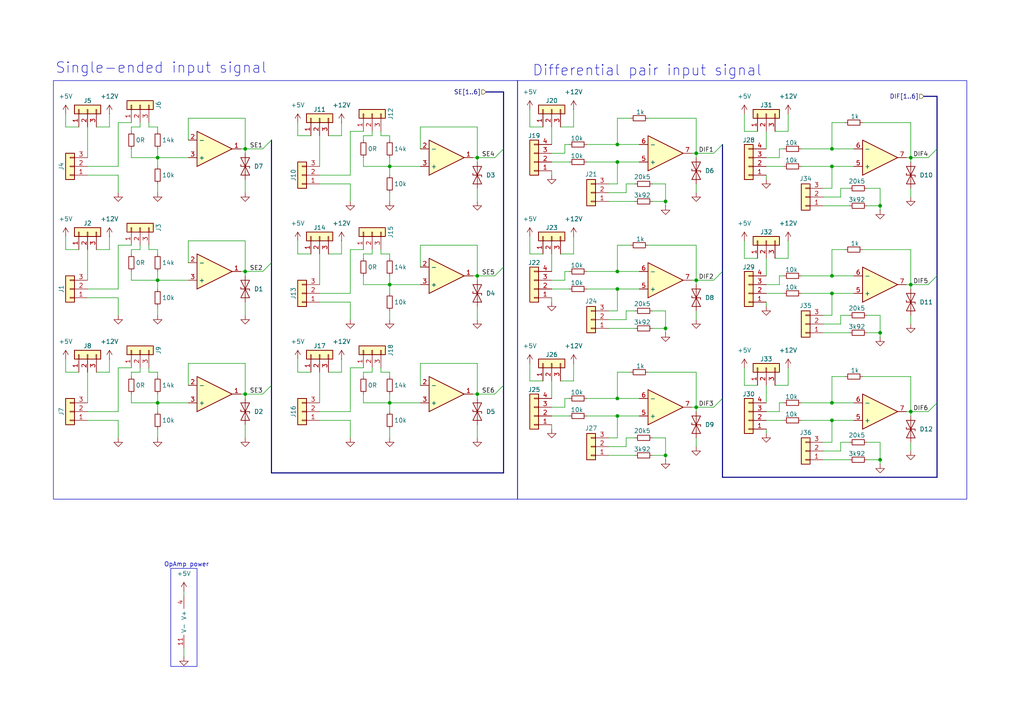
<source format=kicad_sch>
(kicad_sch (version 20250114) (generator "eeschema") (generator_version "9.0")
  (paper "A4")
  (title_block (title "Universal use measuring PCB") (company "Author: Kacper Pawlak"))
  (lib_symbols
    (symbol "Connector_Generic:Conn_01x03" (pin_names (offset 1.016) (hide yes))
      (property "Reference" "J" (at 0 5.08 0))
      (property "Value" "Conn_01x03" (at 0 -5.08 0))
      (symbol "Conn_01x03_1_1"
        (pin passive line (at -5.08 2.54 0) (length 3.81) (name "Pin_1") (number "1"))
        (pin passive line (at -5.08 0 0) (length 3.81) (name "Pin_2") (number "2"))
        (pin passive line (at -5.08 -2.54 0) (length 3.81) (name "Pin_3") (number "3"))
      )
    )
    (symbol "Connector_Generic:Conn_01x04" (pin_names (offset 1.016) (hide yes))
      (property "Reference" "J" (at 0 5.08 0))
      (property "Value" "Conn_01x04" (at 0 -7.62 0))
      (symbol "Conn_01x04_1_1"
        (pin passive line (at -5.08 2.54 0) (length 3.81) (name "Pin_1") (number "1"))
        (pin passive line (at -5.08 0 0) (length 3.81) (name "Pin_2") (number "2"))
        (pin passive line (at -5.08 -2.54 0) (length 3.81) (name "Pin_3") (number "3"))
        (pin passive line (at -5.08 -5.08 0) (length 3.81) (name "Pin_4") (number "4"))
      )
    )
    (symbol "Device:Opamp_Quad"
      (property "Reference" "U" (at 0 5.08 0))
      (property "Value" "Opamp_Quad" (at 0 -5.08 0))
      (symbol "Opamp_Quad_1_1"
        (pin input line (at -7.62 2.54 0) (length 2.54) (name "+") (number "3"))
        (pin input line (at -7.62 -2.54 0) (length 2.54) (name "-") (number "2"))
        (pin output line (at 7.62 0 180) (length 2.54) (name "~") (number "1"))
      )
      (symbol "Opamp_Quad_2_1"
        (pin input line (at -7.62 2.54 0) (length 2.54) (name "+") (number "5"))
        (pin input line (at -7.62 -2.54 0) (length 2.54) (name "-") (number "6"))
        (pin output line (at 7.62 0 180) (length 2.54) (name "~") (number "7"))
      )
      (symbol "Opamp_Quad_3_1"
        (pin input line (at -7.62 2.54 0) (length 2.54) (name "+") (number "10"))
        (pin input line (at -7.62 -2.54 0) (length 2.54) (name "-") (number "9"))
        (pin output line (at 7.62 0 180) (length 2.54) (name "~") (number "8"))
      )
      (symbol "Opamp_Quad_4_1"
        (pin input line (at -7.62 2.54 0) (length 2.54) (name "+") (number "12"))
        (pin input line (at -7.62 -2.54 0) (length 2.54) (name "-") (number "13"))
        (pin output line (at 7.62 0 180) (length 2.54) (name "~") (number "14"))
      )
      (symbol "Opamp_Quad_5_1"
        (pin power_in line (at -2.54 7.62 270) (length 3.81) (name "V+") (number "4"))
        (pin power_in line (at -2.54 -7.62 90) (length 3.81) (name "V-") (number "11"))
      )
    )
    (symbol "Device:R_Small" (pin_numbers (hide yes)) (pin_names (offset 0.254) (hide yes))
      (property "Reference" "R" (at 0 0 90))
      (property "Value" "R_Small" (at 1.778 0 90))
      (symbol "R_Small_1_1"
        (pin passive line (at 0 2.54 270) (length 0.762) (name "~") (number "1"))
        (pin passive line (at 0 -2.54 90) (length 0.762) (name "~") (number "2"))
      )
    )
    (symbol "Diode:ESD9B5.0ST5G" (pin_numbers (hide yes)) (pin_names (offset 1.016) (hide yes))
      (property "Reference" "D" (at 0 2.54 0))
      (property "Value" "ESD9B5.0ST5G" (at 0 -2.54 0))
      (symbol "ESD9B5.0ST5G_1_1"
        (pin passive line (at -3.81 0 0) (length 2.54) (name "A1") (number "1"))
        (pin passive line (at 3.81 0 180) (length 2.54) (name "A2") (number "2"))
      )
    )
    (symbol "power:+12V" (power) (pin_numbers (hide yes)) (pin_names (offset 0) (hide yes))
      (property "Value" "+12V" (at 0 3.556 0))
      (symbol "+12V_1_1"
        (pin power_in line (at 0 0 90) (length 0) (name "~") (number "1"))
      )
    )
    (symbol "power:+5V" (power) (pin_numbers (hide yes)) (pin_names (offset 0) (hide yes))
      (property "Value" "+5V" (at 0 3.556 0))
      (symbol "+5V_1_1"
        (pin power_in line (at 0 0 90) (length 0) (name "~") (number "1"))
      )
    )
    (symbol "power:GND" (power) (pin_numbers (hide yes)) (pin_names (offset 0) (hide yes))
      (property "Value" "GND" (at 0 -3.81 0))
      (symbol "GND_1_1"
        (pin power_in line (at 0 0 270) (length 0) (name "~") (number "1"))
      )
    )
  )
  (rectangle (start 49.53 164.846) (end 57.15 193.294))
  (rectangle (start 15.494 23.368) (end 150.114 144.78))
  (rectangle (start 150.114 23.368) (end 280.416 144.78))
  (text "Single-ended input signal" (at 46.736 19.812 0) (effects (font (size 3.048 3.048))))
  (text "Differential pair input signal" (at 187.706 20.574 0) (effects (font (size 3.048 3.048))))
  (text "OpAmp power" (at 54.102 163.83 0) (effects (font (size 1.27 1.27))))
  (junction (at 241.3 121.92))
  (junction (at 45.72 116.84))
  (junction (at 241.3 80.01))
  (junction (at 264.16 82.55))
  (junction (at 113.03 116.84))
  (junction (at 179.07 83.82))
  (junction (at 193.04 132.08))
  (junction (at 179.07 41.91))
  (junction (at 241.3 48.26))
  (junction (at 179.07 115.57))
  (junction (at 193.04 58.42))
  (junction (at 179.07 78.74))
  (junction (at 201.93 81.28))
  (junction (at 113.03 48.26))
  (junction (at 45.72 45.72))
  (junction (at 138.43 80.01))
  (junction (at 264.16 119.38))
  (junction (at 179.07 120.65))
  (junction (at 138.43 114.3))
  (junction (at 201.93 44.45))
  (junction (at 255.27 96.52))
  (junction (at 241.3 85.09))
  (junction (at 113.03 82.55))
  (junction (at 241.3 43.18))
  (junction (at 193.04 95.25))
  (junction (at 71.12 78.74))
  (junction (at 255.27 133.35))
  (junction (at 255.27 59.69))
  (junction (at 45.72 81.28))
  (junction (at 179.07 46.99))
  (junction (at 264.16 45.72))
  (junction (at 201.93 118.11))
  (junction (at 241.3 116.84))
  (junction (at 71.12 114.3))
  (junction (at 138.43 45.72))
  (junction (at 71.12 43.18))
  (bus_entry (at 207.01 118.11) (size 2.54 -2.54))
  (bus_entry (at 76.2 114.3) (size 2.54 -2.54))
  (bus_entry (at 143.51 114.3) (size 2.54 -2.54))
  (bus_entry (at 76.2 43.18) (size 2.54 -2.54))
  (bus_entry (at 269.24 82.55) (size 2.54 -2.54))
  (bus_entry (at 143.51 80.01) (size 2.54 -2.54))
  (bus_entry (at 207.01 44.45) (size 2.54 -2.54))
  (bus_entry (at 207.01 81.28) (size 2.54 -2.54))
  (bus_entry (at 143.51 45.72) (size 2.54 -2.54))
  (bus_entry (at 269.24 45.72) (size 2.54 -2.54))
  (bus_entry (at 269.24 119.38) (size 2.54 -2.54))
  (bus_entry (at 76.2 78.74) (size 2.54 -2.54))
  (wire (pts (xy 138.43 54.61) (xy 138.43 58.42)))
  (wire (pts (xy 38.1 81.28) (xy 45.72 81.28)))
  (wire (pts (xy 19.05 72.39) (xy 22.86 72.39)))
  (wire (pts (xy 101.6 58.42) (xy 101.6 53.34)))
  (wire (pts (xy 255.27 133.35) (xy 255.27 134.62)))
  (wire (pts (xy 107.95 73.66) (xy 107.95 72.39)))
  (wire (pts (xy 71.12 44.45) (xy 71.12 43.18)))
  (wire (pts (xy 238.76 91.44) (xy 241.3 91.44)))
  (wire (pts (xy 222.25 85.09) (xy 227.33 85.09)))
  (bus (pts (xy 146.05 77.47) (xy 146.05 111.76)))
  (wire (pts (xy 170.18 83.82) (xy 179.07 83.82)))
  (wire (pts (xy 121.92 71.12) (xy 138.43 71.12)))
  (wire (pts (xy 163.83 78.74) (xy 163.83 81.28)))
  (wire (pts (xy 170.18 115.57) (xy 179.07 115.57)))
  (wire (pts (xy 243.84 54.61) (xy 243.84 57.15)))
  (wire (pts (xy 176.53 132.08) (xy 184.15 132.08)))
  (wire (pts (xy 222.25 74.93) (xy 222.25 80.01)))
  (wire (pts (xy 38.1 116.84) (xy 45.72 116.84)))
  (wire (pts (xy 43.18 36.83) (xy 43.18 35.56)))
  (wire (pts (xy 226.06 116.84) (xy 226.06 119.38)))
  (wire (pts (xy 105.41 82.55) (xy 113.03 82.55)))
  (wire (pts (xy 179.07 120.65) (xy 179.07 127)))
  (wire (pts (xy 241.3 85.09) (xy 247.65 85.09)))
  (wire (pts (xy 179.07 71.12) (xy 179.07 78.74)))
  (wire (pts (xy 160.02 50.8) (xy 160.02 49.53)))
  (bus (pts (xy 146.05 137.16) (xy 78.74 137.16)))
  (wire (pts (xy 243.84 57.15) (xy 238.76 57.15)))
  (wire (pts (xy 226.06 119.38) (xy 222.25 119.38)))
  (wire (pts (xy 69.85 43.18) (xy 71.12 43.18)))
  (wire (pts (xy 193.04 132.08) (xy 193.04 133.35)))
  (wire (pts (xy 113.03 55.88) (xy 113.03 58.42)))
  (wire (pts (xy 43.18 107.95) (xy 43.18 106.68)))
  (bus (pts (xy 271.78 80.01) (xy 271.78 116.84)))
  (wire (pts (xy 105.41 48.26) (xy 113.03 48.26)))
  (wire (pts (xy 105.41 80.01) (xy 105.41 82.55)))
  (wire (pts (xy 238.76 133.35) (xy 246.38 133.35)))
  (wire (pts (xy 53.34 187.96) (xy 53.34 190.5)))
  (wire (pts (xy 160.02 46.99) (xy 165.1 46.99)))
  (wire (pts (xy 105.41 45.72) (xy 105.41 48.26)))
  (wire (pts (xy 200.66 81.28) (xy 201.93 81.28)))
  (wire (pts (xy 238.76 128.27) (xy 241.3 128.27)))
  (wire (pts (xy 228.6 74.93) (xy 228.6 69.85)))
  (wire (pts (xy 222.25 125.73) (xy 222.25 124.46)))
  (wire (pts (xy 138.43 114.3) (xy 143.51 114.3)))
  (wire (pts (xy 224.79 74.93) (xy 228.6 74.93)))
  (wire (pts (xy 160.02 124.46) (xy 160.02 123.19)))
  (wire (pts (xy 101.6 72.39) (xy 105.41 72.39)))
  (wire (pts (xy 71.12 114.3) (xy 76.2 114.3)))
  (wire (pts (xy 38.1 107.95) (xy 38.1 109.22)))
  (wire (pts (xy 187.96 71.12) (xy 201.93 71.12)))
  (wire (pts (xy 34.29 71.12) (xy 38.1 71.12)))
  (wire (pts (xy 99.06 107.95) (xy 99.06 104.14)))
  (wire (pts (xy 238.76 54.61) (xy 241.3 54.61)))
  (wire (pts (xy 222.25 88.9) (xy 222.25 87.63)))
  (wire (pts (xy 45.72 124.46) (xy 45.72 127)))
  (wire (pts (xy 40.64 107.95) (xy 40.64 106.68)))
  (wire (pts (xy 27.94 36.83) (xy 31.75 36.83)))
  (wire (pts (xy 251.46 128.27) (xy 255.27 128.27)))
  (wire (pts (xy 215.9 69.85) (xy 215.9 74.93)))
  (wire (pts (xy 179.07 41.91) (xy 185.42 41.91)))
  (wire (pts (xy 31.75 36.83) (xy 31.75 33.02)))
  (wire (pts (xy 215.9 38.1) (xy 219.71 38.1)))
  (wire (pts (xy 241.3 43.18) (xy 247.65 43.18)))
  (wire (pts (xy 138.43 123.19) (xy 138.43 127)))
  (wire (pts (xy 250.19 109.22) (xy 264.16 109.22)))
  (wire (pts (xy 166.37 73.66) (xy 166.37 68.58)))
  (wire (pts (xy 25.4 107.95) (xy 25.4 116.84)))
  (wire (pts (xy 193.04 58.42) (xy 193.04 59.69)))
  (wire (pts (xy 264.16 119.38) (xy 269.24 119.38)))
  (wire (pts (xy 170.18 41.91) (xy 179.07 41.91)))
  (wire (pts (xy 86.36 35.56) (xy 86.36 39.37)))
  (wire (pts (xy 105.41 114.3) (xy 105.41 116.84)))
  (wire (pts (xy 264.16 119.38) (xy 264.16 120.65)))
  (wire (pts (xy 113.03 107.95) (xy 113.03 109.22)))
  (wire (pts (xy 262.89 119.38) (xy 264.16 119.38)))
  (wire (pts (xy 255.27 91.44) (xy 255.27 96.52)))
  (wire (pts (xy 262.89 45.72) (xy 264.16 45.72)))
  (wire (pts (xy 54.61 81.28) (xy 45.72 81.28)))
  (wire (pts (xy 38.1 72.39) (xy 40.64 72.39)))
  (bus (pts (xy 267.97 27.94) (xy 271.78 27.94)))
  (wire (pts (xy 31.75 72.39) (xy 31.75 68.58)))
  (wire (pts (xy 170.18 120.65) (xy 179.07 120.65)))
  (wire (pts (xy 163.83 118.11) (xy 160.02 118.11)))
  (wire (pts (xy 255.27 54.61) (xy 255.27 59.69)))
  (wire (pts (xy 92.71 107.95) (xy 92.71 116.84)))
  (wire (pts (xy 232.41 116.84) (xy 241.3 116.84)))
  (wire (pts (xy 189.23 58.42) (xy 193.04 58.42)))
  (wire (pts (xy 241.3 72.39) (xy 241.3 80.01)))
  (wire (pts (xy 95.25 73.66) (xy 99.06 73.66)))
  (wire (pts (xy 187.96 107.95) (xy 201.93 107.95)))
  (wire (pts (xy 246.38 128.27) (xy 243.84 128.27)))
  (wire (pts (xy 226.06 82.55) (xy 222.25 82.55)))
  (wire (pts (xy 54.61 105.41) (xy 71.12 105.41)))
  (wire (pts (xy 184.15 127) (xy 181.61 127)))
  (wire (pts (xy 121.92 48.26) (xy 113.03 48.26)))
  (wire (pts (xy 113.03 90.17) (xy 113.03 92.71)))
  (wire (pts (xy 243.84 93.98) (xy 238.76 93.98)))
  (wire (pts (xy 27.94 72.39) (xy 31.75 72.39)))
  (wire (pts (xy 243.84 91.44) (xy 243.84 93.98)))
  (wire (pts (xy 243.84 130.81) (xy 238.76 130.81)))
  (wire (pts (xy 34.29 127) (xy 34.29 121.92)))
  (bus (pts (xy 271.78 138.43) (xy 209.55 138.43)))
  (wire (pts (xy 113.03 48.26) (xy 113.03 50.8)))
  (wire (pts (xy 121.92 105.41) (xy 138.43 105.41)))
  (wire (pts (xy 201.93 44.45) (xy 207.01 44.45)))
  (wire (pts (xy 189.23 95.25) (xy 193.04 95.25)))
  (wire (pts (xy 243.84 128.27) (xy 243.84 130.81)))
  (wire (pts (xy 184.15 90.17) (xy 181.61 90.17)))
  (wire (pts (xy 92.71 50.8) (xy 101.6 50.8)))
  (wire (pts (xy 179.07 115.57) (xy 185.42 115.57)))
  (wire (pts (xy 201.93 81.28) (xy 207.01 81.28)))
  (wire (pts (xy 86.36 104.14) (xy 86.36 107.95)))
  (wire (pts (xy 69.85 78.74) (xy 71.12 78.74)))
  (wire (pts (xy 138.43 46.99) (xy 138.43 45.72)))
  (wire (pts (xy 232.41 85.09) (xy 241.3 85.09)))
  (wire (pts (xy 200.66 44.45) (xy 201.93 44.45)))
  (wire (pts (xy 99.06 73.66) (xy 99.06 69.85)))
  (wire (pts (xy 113.03 39.37) (xy 110.49 39.37)))
  (wire (pts (xy 113.03 80.01) (xy 113.03 82.55)))
  (wire (pts (xy 27.94 107.95) (xy 31.75 107.95)))
  (wire (pts (xy 179.07 34.29) (xy 179.07 41.91)))
  (wire (pts (xy 241.3 109.22) (xy 241.3 116.84)))
  (wire (pts (xy 241.3 72.39) (xy 245.11 72.39)))
  (wire (pts (xy 121.92 82.55) (xy 113.03 82.55)))
  (wire (pts (xy 71.12 87.63) (xy 71.12 91.44)))
  (wire (pts (xy 181.61 92.71) (xy 176.53 92.71)))
  (wire (pts (xy 226.06 43.18) (xy 226.06 45.72)))
  (wire (pts (xy 222.25 52.07) (xy 222.25 50.8)))
  (wire (pts (xy 179.07 83.82) (xy 185.42 83.82)))
  (wire (pts (xy 160.02 73.66) (xy 160.02 78.74)))
  (wire (pts (xy 54.61 69.85) (xy 71.12 69.85)))
  (wire (pts (xy 53.34 171.45) (xy 53.34 172.72)))
  (wire (pts (xy 113.03 114.3) (xy 113.03 116.84)))
  (wire (pts (xy 224.79 111.76) (xy 228.6 111.76)))
  (bus (pts (xy 209.55 41.91) (xy 209.55 78.74)))
  (wire (pts (xy 215.9 111.76) (xy 219.71 111.76)))
  (wire (pts (xy 241.3 48.26) (xy 241.3 54.61)))
  (wire (pts (xy 162.56 36.83) (xy 166.37 36.83)))
  (wire (pts (xy 201.93 34.29) (xy 201.93 44.45)))
  (wire (pts (xy 71.12 105.41) (xy 71.12 114.3)))
  (wire (pts (xy 113.03 39.37) (xy 113.03 40.64)))
  (wire (pts (xy 113.03 73.66) (xy 113.03 74.93)))
  (wire (pts (xy 25.4 36.83) (xy 25.4 45.72)))
  (wire (pts (xy 138.43 71.12) (xy 138.43 80.01)))
  (wire (pts (xy 226.06 80.01) (xy 226.06 82.55)))
  (wire (pts (xy 121.92 111.76) (xy 121.92 105.41)))
  (wire (pts (xy 189.23 127) (xy 193.04 127)))
  (wire (pts (xy 201.93 107.95) (xy 201.93 118.11)))
  (wire (pts (xy 251.46 91.44) (xy 255.27 91.44)))
  (wire (pts (xy 250.19 35.56) (xy 264.16 35.56)))
  (wire (pts (xy 105.41 73.66) (xy 107.95 73.66)))
  (wire (pts (xy 160.02 83.82) (xy 165.1 83.82)))
  (wire (pts (xy 226.06 45.72) (xy 222.25 45.72)))
  (wire (pts (xy 71.12 123.19) (xy 71.12 127)))
  (wire (pts (xy 107.95 39.37) (xy 107.95 38.1)))
  (wire (pts (xy 38.1 107.95) (xy 40.64 107.95)))
  (wire (pts (xy 113.03 73.66) (xy 110.49 73.66)))
  (wire (pts (xy 54.61 111.76) (xy 54.61 105.41)))
  (wire (pts (xy 19.05 104.14) (xy 19.05 107.95)))
  (wire (pts (xy 45.72 36.83) (xy 43.18 36.83)))
  (wire (pts (xy 166.37 36.83) (xy 166.37 31.75)))
  (wire (pts (xy 38.1 45.72) (xy 45.72 45.72)))
  (wire (pts (xy 246.38 54.61) (xy 243.84 54.61)))
  (wire (pts (xy 34.29 50.8) (xy 25.4 50.8)))
  (wire (pts (xy 264.16 54.61) (xy 264.16 57.15)))
  (wire (pts (xy 170.18 78.74) (xy 179.07 78.74)))
  (bus (pts (xy 271.78 43.18) (xy 271.78 80.01)))
  (wire (pts (xy 92.71 39.37) (xy 92.71 48.26)))
  (wire (pts (xy 19.05 33.02) (xy 19.05 36.83)))
  (wire (pts (xy 54.61 40.64) (xy 54.61 34.29)))
  (wire (pts (xy 201.93 90.17) (xy 201.93 92.71)))
  (wire (pts (xy 215.9 33.02) (xy 215.9 38.1)))
  (wire (pts (xy 222.25 121.92) (xy 227.33 121.92)))
  (wire (pts (xy 201.93 118.11) (xy 201.93 119.38)))
  (wire (pts (xy 38.1 114.3) (xy 38.1 116.84)))
  (wire (pts (xy 105.41 39.37) (xy 107.95 39.37)))
  (wire (pts (xy 137.16 114.3) (xy 138.43 114.3)))
  (wire (pts (xy 222.25 111.76) (xy 222.25 116.84)))
  (wire (pts (xy 228.6 111.76) (xy 228.6 106.68)))
  (wire (pts (xy 45.72 43.18) (xy 45.72 45.72)))
  (wire (pts (xy 189.23 132.08) (xy 193.04 132.08)))
  (wire (pts (xy 193.04 53.34) (xy 193.04 58.42)))
  (wire (pts (xy 163.83 41.91) (xy 163.83 44.45)))
  (wire (pts (xy 105.41 73.66) (xy 105.41 74.93)))
  (wire (pts (xy 181.61 129.54) (xy 176.53 129.54)))
  (wire (pts (xy 54.61 34.29) (xy 71.12 34.29)))
  (wire (pts (xy 38.1 36.83) (xy 40.64 36.83)))
  (wire (pts (xy 71.12 34.29) (xy 71.12 43.18)))
  (wire (pts (xy 170.18 46.99) (xy 179.07 46.99)))
  (wire (pts (xy 138.43 36.83) (xy 138.43 45.72)))
  (wire (pts (xy 153.67 73.66) (xy 157.48 73.66)))
  (wire (pts (xy 99.06 39.37) (xy 99.06 35.56)))
  (wire (pts (xy 255.27 128.27) (xy 255.27 133.35)))
  (wire (pts (xy 101.6 38.1) (xy 105.41 38.1)))
  (wire (pts (xy 179.07 83.82) (xy 179.07 90.17)))
  (wire (pts (xy 163.83 41.91) (xy 165.1 41.91)))
  (wire (pts (xy 45.72 36.83) (xy 45.72 38.1)))
  (wire (pts (xy 121.92 116.84) (xy 113.03 116.84)))
  (wire (pts (xy 179.07 71.12) (xy 182.88 71.12)))
  (wire (pts (xy 264.16 82.55) (xy 269.24 82.55)))
  (wire (pts (xy 105.41 107.95) (xy 105.41 109.22)))
  (wire (pts (xy 110.49 39.37) (xy 110.49 38.1)))
  (wire (pts (xy 25.4 83.82) (xy 34.29 83.82)))
  (wire (pts (xy 138.43 81.28) (xy 138.43 80.01)))
  (wire (pts (xy 238.76 59.69) (xy 246.38 59.69)))
  (wire (pts (xy 138.43 80.01) (xy 143.51 80.01)))
  (wire (pts (xy 181.61 53.34) (xy 181.61 55.88)))
  (wire (pts (xy 163.83 115.57) (xy 163.83 118.11)))
  (wire (pts (xy 137.16 80.01) (xy 138.43 80.01)))
  (wire (pts (xy 264.16 35.56) (xy 264.16 45.72)))
  (wire (pts (xy 176.53 95.25) (xy 184.15 95.25)))
  (wire (pts (xy 113.03 82.55) (xy 113.03 85.09)))
  (wire (pts (xy 251.46 96.52) (xy 255.27 96.52)))
  (wire (pts (xy 179.07 107.95) (xy 182.88 107.95)))
  (wire (pts (xy 193.04 90.17) (xy 193.04 95.25)))
  (wire (pts (xy 86.36 39.37) (xy 90.17 39.37)))
  (wire (pts (xy 69.85 114.3) (xy 71.12 114.3)))
  (wire (pts (xy 138.43 45.72) (xy 143.51 45.72)))
  (bus (pts (xy 78.74 40.64) (xy 78.74 76.2)))
  (wire (pts (xy 250.19 72.39) (xy 264.16 72.39)))
  (wire (pts (xy 113.03 107.95) (xy 110.49 107.95)))
  (wire (pts (xy 163.83 81.28) (xy 160.02 81.28)))
  (wire (pts (xy 71.12 43.18) (xy 76.2 43.18)))
  (wire (pts (xy 107.95 107.95) (xy 107.95 106.68)))
  (wire (pts (xy 138.43 88.9) (xy 138.43 92.71)))
  (wire (pts (xy 110.49 73.66) (xy 110.49 72.39)))
  (wire (pts (xy 86.36 107.95) (xy 90.17 107.95)))
  (wire (pts (xy 45.72 81.28) (xy 45.72 83.82)))
  (wire (pts (xy 40.64 36.83) (xy 40.64 35.56)))
  (wire (pts (xy 54.61 116.84) (xy 45.72 116.84)))
  (wire (pts (xy 238.76 96.52) (xy 246.38 96.52)))
  (wire (pts (xy 43.18 72.39) (xy 43.18 71.12)))
  (wire (pts (xy 34.29 106.68) (xy 34.29 119.38)))
  (wire (pts (xy 45.72 53.34) (xy 45.72 55.88)))
  (wire (pts (xy 264.16 128.27) (xy 264.16 130.81)))
  (wire (pts (xy 251.46 59.69) (xy 255.27 59.69)))
  (bus (pts (xy 78.74 76.2) (xy 78.74 111.76)))
  (wire (pts (xy 226.06 80.01) (xy 227.33 80.01)))
  (wire (pts (xy 179.07 46.99) (xy 179.07 53.34)))
  (wire (pts (xy 153.67 105.41) (xy 153.67 110.49)))
  (bus (pts (xy 146.05 43.18) (xy 146.05 77.47)))
  (wire (pts (xy 179.07 107.95) (xy 179.07 115.57)))
  (wire (pts (xy 45.72 72.39) (xy 43.18 72.39)))
  (wire (pts (xy 189.23 90.17) (xy 193.04 90.17)))
  (wire (pts (xy 34.29 55.88) (xy 34.29 50.8)))
  (wire (pts (xy 34.29 71.12) (xy 34.29 83.82)))
  (wire (pts (xy 38.1 78.74) (xy 38.1 81.28)))
  (wire (pts (xy 121.92 36.83) (xy 138.43 36.83)))
  (wire (pts (xy 45.72 114.3) (xy 45.72 116.84)))
  (wire (pts (xy 25.4 72.39) (xy 25.4 81.28)))
  (wire (pts (xy 101.6 127) (xy 101.6 121.92)))
  (wire (pts (xy 153.67 110.49) (xy 157.48 110.49)))
  (wire (pts (xy 101.6 106.68) (xy 101.6 119.38)))
  (wire (pts (xy 45.72 78.74) (xy 45.72 81.28)))
  (wire (pts (xy 241.3 80.01) (xy 247.65 80.01)))
  (bus (pts (xy 271.78 27.94) (xy 271.78 43.18)))
  (wire (pts (xy 45.72 107.95) (xy 43.18 107.95)))
  (wire (pts (xy 179.07 120.65) (xy 185.42 120.65)))
  (wire (pts (xy 163.83 44.45) (xy 160.02 44.45)))
  (wire (pts (xy 201.93 53.34) (xy 201.93 55.88)))
  (bus (pts (xy 140.97 26.67) (xy 146.05 26.67)))
  (bus (pts (xy 78.74 111.76) (xy 78.74 137.16)))
  (wire (pts (xy 19.05 36.83) (xy 22.86 36.83)))
  (wire (pts (xy 34.29 35.56) (xy 34.29 48.26)))
  (wire (pts (xy 184.15 53.34) (xy 181.61 53.34)))
  (wire (pts (xy 71.12 115.57) (xy 71.12 114.3)))
  (wire (pts (xy 201.93 71.12) (xy 201.93 81.28)))
  (wire (pts (xy 232.41 80.01) (xy 241.3 80.01)))
  (wire (pts (xy 95.25 39.37) (xy 99.06 39.37)))
  (wire (pts (xy 241.3 85.09) (xy 241.3 91.44)))
  (wire (pts (xy 179.07 46.99) (xy 185.42 46.99)))
  (wire (pts (xy 176.53 58.42) (xy 184.15 58.42)))
  (wire (pts (xy 92.71 119.38) (xy 101.6 119.38)))
  (wire (pts (xy 138.43 115.57) (xy 138.43 114.3)))
  (wire (pts (xy 105.41 107.95) (xy 107.95 107.95)))
  (wire (pts (xy 92.71 73.66) (xy 92.71 82.55)))
  (wire (pts (xy 19.05 68.58) (xy 19.05 72.39)))
  (wire (pts (xy 246.38 91.44) (xy 243.84 91.44)))
  (wire (pts (xy 105.41 116.84) (xy 113.03 116.84)))
  (wire (pts (xy 113.03 124.46) (xy 113.03 127)))
  (wire (pts (xy 45.72 45.72) (xy 45.72 48.26)))
  (wire (pts (xy 34.29 106.68) (xy 38.1 106.68)))
  (wire (pts (xy 71.12 52.07) (xy 71.12 55.88)))
  (wire (pts (xy 251.46 54.61) (xy 255.27 54.61)))
  (wire (pts (xy 241.3 35.56) (xy 241.3 43.18)))
  (wire (pts (xy 201.93 118.11) (xy 207.01 118.11)))
  (wire (pts (xy 264.16 45.72) (xy 264.16 46.99)))
  (wire (pts (xy 34.29 121.92) (xy 25.4 121.92)))
  (wire (pts (xy 34.29 86.36) (xy 25.4 86.36)))
  (wire (pts (xy 226.06 116.84) (xy 227.33 116.84)))
  (wire (pts (xy 222.25 48.26) (xy 227.33 48.26)))
  (bus (pts (xy 209.55 115.57) (xy 209.55 138.43)))
  (wire (pts (xy 153.67 36.83) (xy 157.48 36.83)))
  (bus (pts (xy 271.78 116.84) (xy 271.78 138.43)))
  (wire (pts (xy 92.71 85.09) (xy 101.6 85.09)))
  (wire (pts (xy 71.12 80.01) (xy 71.12 78.74)))
  (wire (pts (xy 241.3 116.84) (xy 247.65 116.84)))
  (wire (pts (xy 224.79 38.1) (xy 228.6 38.1)))
  (wire (pts (xy 101.6 53.34) (xy 92.71 53.34)))
  (wire (pts (xy 179.07 34.29) (xy 182.88 34.29)))
  (wire (pts (xy 19.05 107.95) (xy 22.86 107.95)))
  (wire (pts (xy 193.04 95.25) (xy 193.04 96.52)))
  (wire (pts (xy 25.4 48.26) (xy 34.29 48.26)))
  (wire (pts (xy 166.37 110.49) (xy 166.37 105.41)))
  (wire (pts (xy 160.02 87.63) (xy 160.02 86.36)))
  (wire (pts (xy 228.6 38.1) (xy 228.6 33.02)))
  (wire (pts (xy 86.36 69.85) (xy 86.36 73.66)))
  (wire (pts (xy 153.67 68.58) (xy 153.67 73.66)))
  (wire (pts (xy 95.25 107.95) (xy 99.06 107.95)))
  (wire (pts (xy 25.4 119.38) (xy 34.29 119.38)))
  (wire (pts (xy 163.83 115.57) (xy 165.1 115.57)))
  (wire (pts (xy 31.75 107.95) (xy 31.75 104.14)))
  (wire (pts (xy 160.02 110.49) (xy 160.02 115.57)))
  (wire (pts (xy 241.3 48.26) (xy 247.65 48.26)))
  (wire (pts (xy 137.16 45.72) (xy 138.43 45.72)))
  (wire (pts (xy 255.27 59.69) (xy 255.27 60.96)))
  (wire (pts (xy 121.92 43.18) (xy 121.92 36.83)))
  (wire (pts (xy 264.16 72.39) (xy 264.16 82.55)))
  (wire (pts (xy 45.72 72.39) (xy 45.72 73.66)))
  (wire (pts (xy 241.3 121.92) (xy 247.65 121.92)))
  (wire (pts (xy 160.02 120.65) (xy 165.1 120.65)))
  (bus (pts (xy 209.55 78.74) (xy 209.55 115.57)))
  (wire (pts (xy 222.25 38.1) (xy 222.25 43.18)))
  (wire (pts (xy 138.43 105.41) (xy 138.43 114.3)))
  (wire (pts (xy 176.53 90.17) (xy 179.07 90.17)))
  (wire (pts (xy 121.92 77.47) (xy 121.92 71.12)))
  (wire (pts (xy 176.53 127) (xy 179.07 127)))
  (wire (pts (xy 105.41 39.37) (xy 105.41 40.64)))
  (wire (pts (xy 181.61 55.88) (xy 176.53 55.88)))
  (wire (pts (xy 38.1 72.39) (xy 38.1 73.66)))
  (wire (pts (xy 181.61 127) (xy 181.61 129.54)))
  (wire (pts (xy 113.03 116.84) (xy 113.03 119.38)))
  (wire (pts (xy 101.6 92.71) (xy 101.6 87.63)))
  (wire (pts (xy 251.46 133.35) (xy 255.27 133.35)))
  (wire (pts (xy 101.6 87.63) (xy 92.71 87.63)))
  (wire (pts (xy 45.72 107.95) (xy 45.72 109.22)))
  (wire (pts (xy 40.64 72.39) (xy 40.64 71.12)))
  (wire (pts (xy 241.3 109.22) (xy 245.11 109.22)))
  (wire (pts (xy 181.61 90.17) (xy 181.61 92.71)))
  (wire (pts (xy 232.41 48.26) (xy 241.3 48.26)))
  (wire (pts (xy 201.93 44.45) (xy 201.93 45.72)))
  (bus (pts (xy 146.05 111.76) (xy 146.05 137.16)))
  (wire (pts (xy 101.6 106.68) (xy 105.41 106.68)))
  (wire (pts (xy 101.6 38.1) (xy 101.6 50.8)))
  (wire (pts (xy 160.02 36.83) (xy 160.02 41.91)))
  (wire (pts (xy 241.3 35.56) (xy 245.11 35.56)))
  (wire (pts (xy 113.03 45.72) (xy 113.03 48.26)))
  (wire (pts (xy 101.6 72.39) (xy 101.6 85.09)))
  (wire (pts (xy 54.61 76.2) (xy 54.61 69.85)))
  (wire (pts (xy 200.66 118.11) (xy 201.93 118.11)))
  (wire (pts (xy 201.93 127) (xy 201.93 129.54)))
  (wire (pts (xy 241.3 121.92) (xy 241.3 128.27)))
  (wire (pts (xy 215.9 74.93) (xy 219.71 74.93)))
  (wire (pts (xy 232.41 121.92) (xy 241.3 121.92)))
  (wire (pts (xy 215.9 106.68) (xy 215.9 111.76)))
  (wire (pts (xy 264.16 45.72) (xy 269.24 45.72)))
  (wire (pts (xy 264.16 82.55) (xy 264.16 83.82)))
  (wire (pts (xy 45.72 116.84) (xy 45.72 119.38)))
  (wire (pts (xy 176.53 53.34) (xy 179.07 53.34)))
  (wire (pts (xy 162.56 73.66) (xy 166.37 73.66)))
  (wire (pts (xy 262.89 82.55) (xy 264.16 82.55)))
  (wire (pts (xy 187.96 34.29) (xy 201.93 34.29)))
  (wire (pts (xy 101.6 121.92) (xy 92.71 121.92)))
  (wire (pts (xy 71.12 69.85) (xy 71.12 78.74)))
  (wire (pts (xy 255.27 96.52) (xy 255.27 97.79)))
  (wire (pts (xy 153.67 31.75) (xy 153.67 36.83)))
  (wire (pts (xy 38.1 43.18) (xy 38.1 45.72)))
  (wire (pts (xy 34.29 35.56) (xy 38.1 35.56)))
  (wire (pts (xy 54.61 45.72) (xy 45.72 45.72)))
  (wire (pts (xy 264.16 91.44) (xy 264.16 93.98)))
  (wire (pts (xy 163.83 78.74) (xy 165.1 78.74)))
  (wire (pts (xy 179.07 78.74) (xy 185.42 78.74)))
  (wire (pts (xy 193.04 127) (xy 193.04 132.08)))
  (wire (pts (xy 162.56 110.49) (xy 166.37 110.49)))
  (bus (pts (xy 146.05 26.67) (xy 146.05 43.18)))
  (wire (pts (xy 71.12 78.74) (xy 76.2 78.74)))
  (wire (pts (xy 264.16 109.22) (xy 264.16 119.38)))
  (wire (pts (xy 201.93 81.28) (xy 201.93 82.55)))
  (wire (pts (xy 226.06 43.18) (xy 227.33 43.18)))
  (wire (pts (xy 232.41 43.18) (xy 241.3 43.18)))
  (wire (pts (xy 189.23 53.34) (xy 193.04 53.34)))
  (wire (pts (xy 38.1 36.83) (xy 38.1 38.1)))
  (wire (pts (xy 34.29 91.44) (xy 34.29 86.36)))
  (wire (pts (xy 86.36 73.66) (xy 90.17 73.66)))
  (wire (pts (xy 45.72 88.9) (xy 45.72 91.44)))
  (wire (pts (xy 110.49 107.95) (xy 110.49 106.68)))
  (label "SE2" (at 76.2 78.74 180))
  (label "DIF1" (at 207.01 44.45 180))
  (label "SE5" (at 143.51 80.01 180))
  (label "SE1" (at 76.2 43.18 180))
  (label "DIF2" (at 207.01 81.28 180))
  (label "SE3" (at 76.2 114.3 180))
  (label "SE6" (at 143.51 114.3 180))
  (label "DIF4" (at 269.24 45.72 180))
  (label "DIF6" (at 269.24 119.38 180))
  (label "SE4" (at 143.51 45.72 180))
  (label "DIF3" (at 207.01 118.11 180))
  (label "DIF5" (at 269.24 82.55 180))
  (hierarchical_label "DIF[1..6]" (shape input) (at 267.97 27.94 180))
  (hierarchical_label "SE[1..6]" (shape input) (at 140.97 26.67 180))
  (symbol (lib_id "power:+5V") (at 53.34 171.45 0) (unit 1)
    (property "Reference" "#PWR034" (effects (hide yes)))
    (property "Value" "+5V" (at 53.34 166.37 0))
    (property "Description" "Power symbol creates a global label with name \"+5V\"" (effects (hide yes)))
  )
  (symbol (lib_id "Connector_Generic:Conn_01x03") (at 87.63 50.8 180) (unit 1)
    (property "Reference" "J10" (at 85.09 50.8 90))
    (property "Value" "Conn_01x03" (effects (hide yes)))
    (property "Description" "Generic connector, single row, 01x03, script generated (kicad-library-utils/schlib/autogen/connector/)" (effects (hide yes)))
  )
  (symbol (lib_id "Device:R_Small") (at 185.42 107.95 90) (unit 1)
    (property "Reference" "R38" (effects (hide yes)))
    (property "Value" "1k" (at 186.944 106.172 90) (effects (justify left)))
    (property "Footprint" "Resistor_SMD:R_0603_1608Metric" (effects (hide yes)))
    (property "Description" "Resistor, small symbol" (effects (hide yes)))
  )
  (symbol (lib_id "Device:R_Small") (at 229.87 80.01 90) (unit 1)
    (property "Reference" "R43" (effects (hide yes)))
    (property "Value" "10k" (at 231.394 78.232 90) (effects (justify left)))
    (property "Footprint" "Resistor_SMD:R_0603_1608Metric" (effects (hide yes)))
    (property "Description" "Resistor, small symbol" (effects (hide yes)))
  )
  (symbol (lib_id "Device:R_Small") (at 229.87 85.09 90) (unit 1)
    (property "Reference" "R44" (effects (hide yes)))
    (property "Value" "10k" (at 231.394 83.312 90) (effects (justify left)))
    (property "Footprint" "Resistor_SMD:R_0603_1608Metric" (effects (hide yes)))
    (property "Description" "Resistor, small symbol" (effects (hide yes)))
  )
  (symbol (lib_id "Device:Opamp_Quad") (at 193.04 118.11 0) (mirror x) (unit 2)
    (property "Reference" "U2" (effects (hide yes)))
    (property "Value" "Opamp_Quad" (effects (hide yes)))
    (property "Description" "Quad operational amplifier" (effects (hide yes)))
    (property "Sim.Library" "${KICAD9_SYMBOL_DIR}/Simulation_SPICE.sp" (effects (hide yes)))
    (property "Sim.Name" "kicad_builtin_opamp_quad" (effects (hide yes)))
    (property "Sim.Device" "SUBCKT" (effects (hide yes)))
    (property "Sim.Pins" "1=out1 2=in1- 3=in1+ 4=vcc 5=in2+ 6=in2- 7=out2 8=out3 9=in3- 10=in3+ 11=vee 12=in4+ 13=in4- 14=out4" (effects (hide yes)))
  )
  (symbol (lib_id "Connector_Generic:Conn_01x03") (at 171.45 55.88 180) (unit 1)
    (property "Reference" "J21" (at 171.45 50.546 0))
    (property "Value" "Conn_01x03" (effects (hide yes)))
    (property "Description" "Generic connector, single row, 01x03, script generated (kicad-library-utils/schlib/autogen/connector/)" (effects (hide yes)))
  )
  (symbol (lib_id "Device:Opamp_Quad") (at 62.23 43.18 0) (mirror x) (unit 1)
    (property "Reference" "U9" (effects (hide yes)))
    (property "Value" "Opamp_Quad" (effects (hide yes)))
    (property "Description" "Quad operational amplifier" (effects (hide yes)))
    (property "Sim.Library" "${KICAD9_SYMBOL_DIR}/Simulation_SPICE.sp" (effects (hide yes)))
    (property "Sim.Name" "kicad_builtin_opamp_quad" (effects (hide yes)))
    (property "Sim.Device" "SUBCKT" (effects (hide yes)))
    (property "Sim.Pins" "1=out1 2=in1- 3=in1+ 4=vcc 5=in2+ 6=in2- 7=out2 8=out3 9=in3- 10=in3+ 11=vee 12=in4+ 13=in4- 14=out4" (effects (hide yes)))
  )
  (symbol (lib_id "Device:Opamp_Quad") (at 129.54 80.01 0) (mirror x) (unit 1)
    (property "Reference" "U4" (effects (hide yes)))
    (property "Value" "Opamp_Quad" (effects (hide yes)))
    (property "Description" "Quad operational amplifier" (effects (hide yes)))
    (property "Sim.Library" "${KICAD9_SYMBOL_DIR}/Simulation_SPICE.sp" (effects (hide yes)))
    (property "Sim.Name" "kicad_builtin_opamp_quad" (effects (hide yes)))
    (property "Sim.Device" "SUBCKT" (effects (hide yes)))
    (property "Sim.Pins" "1=out1 2=in1- 3=in1+ 4=vcc 5=in2+ 6=in2- 7=out2 8=out3 9=in3- 10=in3+ 11=vee 12=in4+ 13=in4- 14=out4" (effects (hide yes)))
  )
  (symbol (lib_id "Diode:ESD9B5.0ST5G") (at 138.43 119.38 90) (unit 1)
    (property "Reference" "D5" (at 140.97 119.3799 90) (effects (justify right)))
    (property "Value" "ESD9B5.0ST5G" (effects (hide yes)))
    (property "Footprint" "Diode_SMD:D_SOD-923" (effects (hide yes)))
    (property "Datasheet" "https://www.onsemi.com/pub/Collateral/ESD9B-D.PDF" (effects (hide yes)))
    (property "Description" "ESD protection diode, 5.0Vrwm, SOD-923" (effects (hide yes)))
  )
  (symbol (lib_id "Device:R_Small") (at 186.69 58.42 90) (unit 1)
    (property "Reference" "R29" (effects (hide yes)))
    (property "Value" "3k92" (at 188.722 56.642 90) (effects (justify left)))
    (property "Footprint" "Resistor_SMD:R_0603_1608Metric" (effects (hide yes)))
    (property "Description" "Resistor, small symbol" (effects (hide yes)))
  )
  (symbol (lib_id "power:GND") (at 53.34 190.5 0) (unit 1)
    (property "Reference" "#PWR035" (effects (hide yes)))
    (property "Value" "GND" (effects (hide yes)))
    (property "Description" "Power symbol creates a global label with name \"GND\" , ground" (effects (hide yes)))
  )
  (symbol (lib_id "power:+5V") (at 215.9 106.68 0) (unit 1)
    (property "Reference" "#PWR053" (effects (hide yes)))
    (property "Value" "+5V" (at 215.9 101.6 0))
    (property "Description" "Power symbol creates a global label with name \"+5V\"" (effects (hide yes)))
  )
  (symbol (lib_id "Device:R_Small") (at 167.64 115.57 90) (unit 1)
    (property "Reference" "R36" (effects (hide yes)))
    (property "Value" "10k" (at 169.164 113.792 90) (effects (justify left)))
    (property "Footprint" "Resistor_SMD:R_0603_1608Metric" (effects (hide yes)))
    (property "Description" "Resistor, small symbol" (effects (hide yes)))
  )
  (symbol (lib_id "power:GND") (at 113.03 92.71 0) (unit 1)
    (property "Reference" "#PWR027" (effects (hide yes)))
    (property "Value" "GND" (effects (hide yes)))
    (property "Description" "Power symbol creates a global label with name \"GND\" , ground" (effects (hide yes)))
  )
  (symbol (lib_id "Diode:ESD9B5.0ST5G") (at 264.16 124.46 90) (unit 1)
    (property "Reference" "D12" (at 266.7 124.4599 90) (effects (justify right)))
    (property "Value" "ESD9B5.0ST5G" (effects (hide yes)))
    (property "Footprint" "Diode_SMD:D_SOD-923" (effects (hide yes)))
    (property "Datasheet" "https://www.onsemi.com/pub/Collateral/ESD9B-D.PDF" (effects (hide yes)))
    (property "Description" "ESD protection diode, 5.0Vrwm, SOD-923" (effects (hide yes)))
  )
  (symbol (lib_id "Connector_Generic:Conn_01x03") (at 160.02 31.75 90) (unit 1)
    (property "Reference" "J20" (at 160.02 29.21 90))
    (property "Value" "Conn_01x03" (effects (hide yes)))
    (property "Description" "Generic connector, single row, 01x03, script generated (kicad-library-utils/schlib/autogen/connector/)" (effects (hide yes)))
  )
  (symbol (lib_id "power:GND") (at 101.6 127 0) (unit 1)
    (property "Reference" "#PWR031" (effects (hide yes)))
    (property "Value" "GND" (effects (hide yes)))
    (property "Description" "Power symbol creates a global label with name \"GND\" , ground" (effects (hide yes)))
  )
  (symbol (lib_id "Device:R_Small") (at 185.42 34.29 90) (unit 1)
    (property "Reference" "R32" (effects (hide yes)))
    (property "Value" "1k" (at 186.944 32.512 90) (effects (justify left)))
    (property "Footprint" "Resistor_SMD:R_0603_1608Metric" (effects (hide yes)))
    (property "Description" "Resistor, small symbol" (effects (hide yes)))
  )
  (symbol (lib_id "power:GND") (at 71.12 127 0) (unit 1)
    (property "Reference" "#PWR018" (effects (hide yes)))
    (property "Value" "GND" (effects (hide yes)))
    (property "Description" "Power symbol creates a global label with name \"GND\" , ground" (effects (hide yes)))
  )
  (symbol (lib_id "Connector_Generic:Conn_01x03") (at 222.25 33.02 90) (unit 1)
    (property "Reference" "J31" (at 222.25 30.48 90))
    (property "Value" "Conn_01x03" (effects (hide yes)))
    (property "Description" "Generic connector, single row, 01x03, script generated (kicad-library-utils/schlib/autogen/connector/)" (effects (hide yes)))
  )
  (symbol (lib_id "Device:R_Small") (at 167.64 46.99 90) (unit 1)
    (property "Reference" "R28" (effects (hide yes)))
    (property "Value" "10k" (at 169.164 45.212 90) (effects (justify left)))
    (property "Footprint" "Resistor_SMD:R_0603_1608Metric" (effects (hide yes)))
    (property "Description" "Resistor, small symbol" (effects (hide yes)))
  )
  (symbol (lib_id "Device:R_Small") (at 229.87 116.84 90) (unit 1)
    (property "Reference" "R45" (effects (hide yes)))
    (property "Value" "10k" (at 231.394 115.062 90) (effects (justify left)))
    (property "Footprint" "Resistor_SMD:R_0603_1608Metric" (effects (hide yes)))
    (property "Description" "Resistor, small symbol" (effects (hide yes)))
  )
  (symbol (lib_id "power:+12V") (at 228.6 33.02 0) (unit 1)
    (property "Reference" "#PWR057" (effects (hide yes)))
    (property "Value" "+12V" (at 228.6 27.94 0))
    (property "Description" "Power symbol creates a global label with name \"+12V\"" (effects (hide yes)))
  )
  (symbol (lib_id "power:+12V") (at 228.6 106.68 0) (unit 1)
    (property "Reference" "#PWR059" (effects (hide yes)))
    (property "Value" "+12V" (at 228.6 101.6 0))
    (property "Description" "Power symbol creates a global label with name \"+12V\"" (effects (hide yes)))
  )
  (symbol (lib_id "Device:Opamp_Quad") (at 193.04 81.28 0) (mirror x) (unit 2)
    (property "Reference" "U1" (effects (hide yes)))
    (property "Value" "Opamp_Quad" (effects (hide yes)))
    (property "Description" "Quad operational amplifier" (effects (hide yes)))
    (property "Sim.Library" "${KICAD9_SYMBOL_DIR}/Simulation_SPICE.sp" (effects (hide yes)))
    (property "Sim.Name" "kicad_builtin_opamp_quad" (effects (hide yes)))
    (property "Sim.Device" "SUBCKT" (effects (hide yes)))
    (property "Sim.Pins" "1=out1 2=in1- 3=in1+ 4=vcc 5=in2+ 6=in2- 7=out2 8=out3 9=in3- 10=in3+ 11=vee 12=in4+ 13=in4- 14=out4" (effects (hide yes)))
  )
  (symbol (lib_id "power:+12V") (at 31.75 33.02 0) (unit 1)
    (property "Reference" "#PWR011" (effects (hide yes)))
    (property "Value" "+12V" (at 31.75 27.94 0))
    (property "Description" "Power symbol creates a global label with name \"+12V\"" (effects (hide yes)))
  )
  (symbol (lib_id "Connector_Generic:Conn_01x03") (at 92.71 34.29 90) (unit 1)
    (property "Reference" "J11" (at 92.71 31.75 90))
    (property "Value" "Conn_01x03" (effects (hide yes)))
    (property "Description" "Generic connector, single row, 01x03, script generated (kicad-library-utils/schlib/autogen/connector/)" (effects (hide yes)))
  )
  (symbol (lib_id "Connector_Generic:Conn_01x04") (at 217.17 121.92 180) (unit 1)
    (property "Reference" "J30" (at 217.17 114.3 0))
    (property "Value" "Conn_01x04" (effects (hide yes)))
    (property "Description" "Generic connector, single row, 01x04, script generated (kicad-library-utils/schlib/autogen/connector/)" (effects (hide yes)))
  )
  (symbol (lib_id "power:GND") (at 201.93 129.54 0) (unit 1)
    (property "Reference" "#PWR045" (effects (hide yes)))
    (property "Value" "GND" (effects (hide yes)))
    (property "Description" "Power symbol creates a global label with name \"GND\" , ground" (effects (hide yes)))
  )
  (symbol (lib_id "Device:R_Small") (at 248.92 133.35 90) (unit 1)
    (property "Reference" "R55" (effects (hide yes)))
    (property "Value" "3k92" (at 250.952 131.572 90) (effects (justify left)))
    (property "Footprint" "Resistor_SMD:R_0603_1608Metric" (effects (hide yes)))
    (property "Description" "Resistor, small symbol" (effects (hide yes)))
  )
  (symbol (lib_id "power:GND") (at 264.16 57.15 0) (unit 1)
    (property "Reference" "#PWR063" (effects (hide yes)))
    (property "Value" "GND" (effects (hide yes)))
    (property "Description" "Power symbol creates a global label with name \"GND\" , ground" (effects (hide yes)))
  )
  (symbol (lib_id "Device:R_Small") (at 38.1 76.2 0) (unit 1)
    (property "Reference" "R8" (effects (hide yes)))
    (property "Value" "0R" (at 39.37 76.2 0) (effects (justify left)))
    (property "Footprint" "Resistor_SMD:R_0603_1608Metric" (effects (hide yes)))
    (property "Description" "Resistor, small symbol" (effects (hide yes)))
  )
  (symbol (lib_id "Device:R_Small") (at 45.72 76.2 0) (unit 1)
    (property "Reference" "R19" (effects (hide yes)))
    (property "Value" "14k" (at 46.99 76.2 0) (effects (justify left)))
    (property "Footprint" "Resistor_SMD:R_0603_1608Metric" (effects (hide yes)))
    (property "Description" "Resistor, small symbol" (effects (hide yes)))
  )
  (symbol (lib_id "power:GND") (at 222.25 125.73 0) (unit 1)
    (property "Reference" "#PWR056" (effects (hide yes)))
    (property "Value" "GND" (effects (hide yes)))
    (property "Description" "Power symbol creates a global label with name \"GND\" , ground" (effects (hide yes)))
  )
  (symbol (lib_id "power:+5V") (at 19.05 68.58 0) (unit 1)
    (property "Reference" "#PWR06" (effects (hide yes)))
    (property "Value" "+5V" (at 19.05 63.5 0))
    (property "Description" "Power symbol creates a global label with name \"+5V\"" (effects (hide yes)))
  )
  (symbol (lib_id "Device:Opamp_Quad") (at 129.54 45.72 0) (mirror x) (unit 1)
    (property "Reference" "U3" (effects (hide yes)))
    (property "Value" "Opamp_Quad" (effects (hide yes)))
    (property "Description" "Quad operational amplifier" (effects (hide yes)))
    (property "Sim.Library" "${KICAD9_SYMBOL_DIR}/Simulation_SPICE.sp" (effects (hide yes)))
    (property "Sim.Name" "kicad_builtin_opamp_quad" (effects (hide yes)))
    (property "Sim.Device" "SUBCKT" (effects (hide yes)))
    (property "Sim.Pins" "1=out1 2=in1- 3=in1+ 4=vcc 5=in2+ 6=in2- 7=out2 8=out3 9=in3- 10=in3+ 11=vee 12=in4+ 13=in4- 14=out4" (effects (hide yes)))
  )
  (symbol (lib_id "power:+5V") (at 19.05 33.02 0) (unit 1)
    (property "Reference" "#PWR010" (effects (hide yes)))
    (property "Value" "+5V" (at 19.05 27.94 0))
    (property "Description" "Power symbol creates a global label with name \"+5V\"" (effects (hide yes)))
  )
  (symbol (lib_id "Device:R_Small") (at 186.69 53.34 90) (unit 1)
    (property "Reference" "R30" (effects (hide yes)))
    (property "Value" "20k5" (at 188.722 51.308 90) (effects (justify left)))
    (property "Footprint" "Resistor_SMD:R_0603_1608Metric" (effects (hide yes)))
    (property "Description" "Resistor, small symbol" (effects (hide yes)))
  )
  (symbol (lib_id "Diode:ESD9B5.0ST5G") (at 138.43 50.8 90) (unit 1)
    (property "Reference" "D3" (at 140.97 50.7999 90) (effects (justify right)))
    (property "Value" "ESD9B5.0ST5G" (effects (hide yes)))
    (property "Footprint" "Diode_SMD:D_SOD-923" (effects (hide yes)))
    (property "Datasheet" "https://www.onsemi.com/pub/Collateral/ESD9B-D.PDF" (effects (hide yes)))
    (property "Description" "ESD protection diode, 5.0Vrwm, SOD-923" (effects (hide yes)))
  )
  (symbol (lib_id "power:GND") (at 222.25 88.9 0) (unit 1)
    (property "Reference" "#PWR055" (effects (hide yes)))
    (property "Value" "GND" (effects (hide yes)))
    (property "Description" "Power symbol creates a global label with name \"GND\" , ground" (effects (hide yes)))
  )
  (symbol (lib_id "power:GND") (at 71.12 91.44 0) (unit 1)
    (property "Reference" "#PWR010" (effects (hide yes)))
    (property "Value" "GND" (effects (hide yes)))
    (property "Description" "Power symbol creates a global label with name \"GND\" , ground" (effects (hide yes)))
  )
  (symbol (lib_id "Connector_Generic:Conn_01x03") (at 20.32 83.82 180) (unit 1)
    (property "Reference" "J1" (at 17.78 83.82 90))
    (property "Value" "Conn_01x03" (effects (hide yes)))
    (property "Description" "Generic connector, single row, 01x03, script generated (kicad-library-utils/schlib/autogen/connector/)" (effects (hide yes)))
  )
  (symbol (lib_id "Device:R_Small") (at 113.03 87.63 0) (unit 1)
    (property "Reference" "R22" (effects (hide yes)))
    (property "Value" "10k" (at 114.3 87.63 0) (effects (justify left)))
    (property "Footprint" "Resistor_SMD:R_0603_1608Metric" (effects (hide yes)))
    (property "Description" "Resistor, small symbol" (effects (hide yes)))
  )
  (symbol (lib_id "Device:R_Small") (at 167.64 120.65 90) (unit 1)
    (property "Reference" "R37" (effects (hide yes)))
    (property "Value" "10k" (at 169.164 118.872 90) (effects (justify left)))
    (property "Footprint" "Resistor_SMD:R_0603_1608Metric" (effects (hide yes)))
    (property "Description" "Resistor, small symbol" (effects (hide yes)))
  )
  (symbol (lib_id "power:+5V") (at 86.36 69.85 0) (unit 1)
    (property "Reference" "#PWR024" (effects (hide yes)))
    (property "Value" "+5V" (at 86.36 64.77 0))
    (property "Description" "Power symbol creates a global label with name \"+5V\"" (effects (hide yes)))
  )
  (symbol (lib_id "Diode:ESD9B5.0ST5G") (at 71.12 119.38 90) (unit 1)
    (property "Reference" "D2" (at 73.66 119.3799 90) (effects (justify right)))
    (property "Value" "ESD9B5.0ST5G" (effects (hide yes)))
    (property "Footprint" "Diode_SMD:D_SOD-923" (effects (hide yes)))
    (property "Datasheet" "https://www.onsemi.com/pub/Collateral/ESD9B-D.PDF" (effects (hide yes)))
    (property "Description" "ESD protection diode, 5.0Vrwm, SOD-923" (effects (hide yes)))
  )
  (symbol (lib_id "Device:Opamp_Quad") (at 55.88 180.34 0) (unit 5)
    (property "Reference" "U8" (effects (hide yes)))
    (property "Value" "Opamp_Quad" (effects (hide yes)))
    (property "Description" "Quad operational amplifier" (effects (hide yes)))
    (property "Sim.Library" "${KICAD9_SYMBOL_DIR}/Simulation_SPICE.sp" (effects (hide yes)))
    (property "Sim.Name" "kicad_builtin_opamp_quad" (effects (hide yes)))
    (property "Sim.Device" "SUBCKT" (effects (hide yes)))
    (property "Sim.Pins" "1=out1 2=in1- 3=in1+ 4=vcc 5=in2+ 6=in2- 7=out2 8=out3 9=in3- 10=in3+ 11=vee 12=in4+ 13=in4- 14=out4" (effects (hide yes)))
  )
  (symbol (lib_id "Connector_Generic:Conn_01x04") (at 154.94 83.82 180) (unit 1)
    (property "Reference" "J22" (at 154.94 76.2 0))
    (property "Value" "Conn_01x04" (effects (hide yes)))
    (property "Description" "Generic connector, single row, 01x04, script generated (kicad-library-utils/schlib/autogen/connector/)" (effects (hide yes)))
  )
  (symbol (lib_id "Device:Opamp_Quad") (at 129.54 114.3 0) (mirror x) (unit 1)
    (property "Reference" "U5" (effects (hide yes)))
    (property "Value" "Opamp_Quad" (effects (hide yes)))
    (property "Description" "Quad operational amplifier" (effects (hide yes)))
    (property "Sim.Library" "${KICAD9_SYMBOL_DIR}/Simulation_SPICE.sp" (effects (hide yes)))
    (property "Sim.Name" "kicad_builtin_opamp_quad" (effects (hide yes)))
    (property "Sim.Device" "SUBCKT" (effects (hide yes)))
    (property "Sim.Pins" "1=out1 2=in1- 3=in1+ 4=vcc 5=in2+ 6=in2- 7=out2 8=out3 9=in3- 10=in3+ 11=vee 12=in4+ 13=in4- 14=out4" (effects (hide yes)))
  )
  (symbol (lib_id "Diode:ESD9B5.0ST5G") (at 264.16 87.63 90) (unit 1)
    (property "Reference" "D11" (at 266.7 87.6299 90) (effects (justify right)))
    (property "Value" "ESD9B5.0ST5G" (effects (hide yes)))
    (property "Footprint" "Diode_SMD:D_SOD-923" (effects (hide yes)))
    (property "Datasheet" "https://www.onsemi.com/pub/Collateral/ESD9B-D.PDF" (effects (hide yes)))
    (property "Description" "ESD protection diode, 5.0Vrwm, SOD-923" (effects (hide yes)))
  )
  (symbol (lib_id "Connector_Generic:Conn_01x03") (at 160.02 105.41 90) (unit 1)
    (property "Reference" "J26" (at 160.02 102.87 90))
    (property "Value" "Conn_01x03" (effects (hide yes)))
    (property "Description" "Generic connector, single row, 01x03, script generated (kicad-library-utils/schlib/autogen/connector/)" (effects (hide yes)))
  )
  (symbol (lib_id "Connector_Generic:Conn_01x03") (at 40.64 101.6 90) (unit 1)
    (property "Reference" "J9" (at 45.974 101.6 0))
    (property "Value" "Conn_01x03" (effects (hide yes)))
    (property "Description" "Generic connector, single row, 01x03, script generated (kicad-library-utils/schlib/autogen/connector/)" (effects (hide yes)))
  )
  (symbol (lib_id "power:GND") (at 101.6 92.71 0) (unit 1)
    (property "Reference" "#PWR026" (effects (hide yes)))
    (property "Value" "GND" (effects (hide yes)))
    (property "Description" "Power symbol creates a global label with name \"GND\" , ground" (effects (hide yes)))
  )
  (symbol (lib_id "Connector_Generic:Conn_01x03") (at 20.32 48.26 180) (unit 1)
    (property "Reference" "J4" (at 17.78 48.26 90))
    (property "Value" "Conn_01x03" (effects (hide yes)))
    (property "Description" "Generic connector, single row, 01x03, script generated (kicad-library-utils/schlib/autogen/connector/)" (effects (hide yes)))
  )
  (symbol (lib_id "power:+12V") (at 166.37 68.58 0) (unit 1)
    (property "Reference" "#PWR038" (effects (hide yes)))
    (property "Value" "+12V" (at 166.37 63.5 0))
    (property "Description" "Power symbol creates a global label with name \"+12V\"" (effects (hide yes)))
  )
  (symbol (lib_id "Diode:ESD9B5.0ST5G") (at 264.16 50.8 90) (unit 1)
    (property "Reference" "D10" (at 266.7 50.7999 90) (effects (justify right)))
    (property "Value" "ESD9B5.0ST5G" (effects (hide yes)))
    (property "Footprint" "Diode_SMD:D_SOD-923" (effects (hide yes)))
    (property "Datasheet" "https://www.onsemi.com/pub/Collateral/ESD9B-D.PDF" (effects (hide yes)))
    (property "Description" "ESD protection diode, 5.0Vrwm, SOD-923" (effects (hide yes)))
  )
  (symbol (lib_id "Device:Opamp_Quad") (at 62.23 78.74 0) (mirror x) (unit 1)
    (property "Reference" "U1" (effects (hide yes)))
    (property "Value" "Opamp_Quad" (effects (hide yes)))
    (property "Description" "Quad operational amplifier" (effects (hide yes)))
    (property "Sim.Library" "${KICAD9_SYMBOL_DIR}/Simulation_SPICE.sp" (effects (hide yes)))
    (property "Sim.Name" "kicad_builtin_opamp_quad" (effects (hide yes)))
    (property "Sim.Device" "SUBCKT" (effects (hide yes)))
    (property "Sim.Pins" "1=out1 2=in1- 3=in1+ 4=vcc 5=in2+ 6=in2- 7=out2 8=out3 9=in3- 10=in3+ 11=vee 12=in4+ 13=in4- 14=out4" (effects (hide yes)))
  )
  (symbol (lib_id "power:GND") (at 193.04 133.35 0) (unit 1)
    (property "Reference" "#PWR044" (effects (hide yes)))
    (property "Value" "GND" (effects (hide yes)))
    (property "Description" "Power symbol creates a global label with name \"GND\" , ground" (effects (hide yes)))
  )
  (symbol (lib_id "Device:R_Small") (at 105.41 43.18 0) (unit 1)
    (property "Reference" "R17" (effects (hide yes)))
    (property "Value" "0R" (at 106.68 43.18 0) (effects (justify left)))
    (property "Footprint" "Resistor_SMD:R_0603_1608Metric" (effects (hide yes)))
    (property "Description" "Resistor, small symbol" (effects (hide yes)))
  )
  (symbol (lib_id "power:+5V") (at 215.9 33.02 0) (unit 1)
    (property "Reference" "#PWR050" (effects (hide yes)))
    (property "Value" "+5V" (at 215.9 27.94 0))
    (property "Description" "Power symbol creates a global label with name \"+5V\"" (effects (hide yes)))
  )
  (symbol (lib_id "power:+12V") (at 228.6 69.85 0) (unit 1)
    (property "Reference" "#PWR058" (effects (hide yes)))
    (property "Value" "+12V" (at 228.6 64.77 0))
    (property "Description" "Power symbol creates a global label with name \"+12V\"" (effects (hide yes)))
  )
  (symbol (lib_id "power:+12V") (at 31.75 68.58 0) (unit 1)
    (property "Reference" "#PWR07" (effects (hide yes)))
    (property "Value" "+12V" (at 31.75 63.5 0))
    (property "Description" "Power symbol creates a global label with name \"+12V\"" (effects (hide yes)))
  )
  (symbol (lib_id "power:GND") (at 193.04 59.69 0) (unit 1)
    (property "Reference" "#PWR049" (effects (hide yes)))
    (property "Value" "GND" (effects (hide yes)))
    (property "Description" "Power symbol creates a global label with name \"GND\" , ground" (effects (hide yes)))
  )
  (symbol (lib_id "Diode:ESD9B5.0ST5G") (at 201.93 86.36 90) (unit 1)
    (property "Reference" "D8" (at 204.47 86.3599 90) (effects (justify right)))
    (property "Value" "ESD9B5.0ST5G" (effects (hide yes)))
    (property "Footprint" "Diode_SMD:D_SOD-923" (effects (hide yes)))
    (property "Datasheet" "https://www.onsemi.com/pub/Collateral/ESD9B-D.PDF" (effects (hide yes)))
    (property "Description" "ESD protection diode, 5.0Vrwm, SOD-923" (effects (hide yes)))
  )
  (symbol (lib_id "Connector_Generic:Conn_01x03") (at 87.63 85.09 180) (unit 1)
    (property "Reference" "J13" (at 85.09 85.09 90))
    (property "Value" "Conn_01x03" (effects (hide yes)))
    (property "Description" "Generic connector, single row, 01x03, script generated (kicad-library-utils/schlib/autogen/connector/)" (effects (hide yes)))
  )
  (symbol (lib_id "power:+12V") (at 166.37 105.41 0) (unit 1)
    (property "Reference" "#PWR043" (effects (hide yes)))
    (property "Value" "+12V" (at 166.37 100.33 0))
    (property "Description" "Power symbol creates a global label with name \"+12V\"" (effects (hide yes)))
  )
  (symbol (lib_id "Device:Opamp_Quad") (at 255.27 119.38 0) (mirror x) (unit 2)
    (property "Reference" "U5" (effects (hide yes)))
    (property "Value" "Opamp_Quad" (effects (hide yes)))
    (property "Description" "Quad operational amplifier" (effects (hide yes)))
    (property "Sim.Library" "${KICAD9_SYMBOL_DIR}/Simulation_SPICE.sp" (effects (hide yes)))
    (property "Sim.Name" "kicad_builtin_opamp_quad" (effects (hide yes)))
    (property "Sim.Device" "SUBCKT" (effects (hide yes)))
    (property "Sim.Pins" "1=out1 2=in1- 3=in1+ 4=vcc 5=in2+ 6=in2- 7=out2 8=out3 9=in3- 10=in3+ 11=vee 12=in4+ 13=in4- 14=out4" (effects (hide yes)))
  )
  (symbol (lib_id "power:GND") (at 201.93 92.71 0) (unit 1)
    (property "Reference" "#PWR040" (effects (hide yes)))
    (property "Value" "GND" (effects (hide yes)))
    (property "Description" "Power symbol creates a global label with name \"GND\" , ground" (effects (hide yes)))
  )
  (symbol (lib_id "Device:R_Small") (at 45.72 50.8 0) (unit 1)
    (property "Reference" "R18" (effects (hide yes)))
    (property "Value" "10k" (at 46.99 50.8 0) (effects (justify left)))
    (property "Footprint" "Resistor_SMD:R_0603_1608Metric" (effects (hide yes)))
    (property "Description" "Resistor, small symbol" (effects (hide yes)))
  )
  (symbol (lib_id "power:+12V") (at 99.06 69.85 0) (unit 1)
    (property "Reference" "#PWR025" (effects (hide yes)))
    (property "Value" "+12V" (at 99.06 64.77 0))
    (property "Description" "Power symbol creates a global label with name \"+12V\"" (effects (hide yes)))
  )
  (symbol (lib_id "power:GND") (at 34.29 91.44 0) (unit 1)
    (property "Reference" "#PWR08" (effects (hide yes)))
    (property "Value" "GND" (effects (hide yes)))
    (property "Description" "Power symbol creates a global label with name \"GND\" , ground" (effects (hide yes)))
  )
  (symbol (lib_id "power:+12V") (at 166.37 31.75 0) (unit 1)
    (property "Reference" "#PWR048" (effects (hide yes)))
    (property "Value" "+12V" (at 166.37 26.67 0))
    (property "Description" "Power symbol creates a global label with name \"+12V\"" (effects (hide yes)))
  )
  (symbol (lib_id "Connector_Generic:Conn_01x03") (at 233.68 57.15 180) (unit 1)
    (property "Reference" "J34" (at 233.68 51.816 0))
    (property "Value" "Conn_01x03" (effects (hide yes)))
    (property "Description" "Generic connector, single row, 01x03, script generated (kicad-library-utils/schlib/autogen/connector/)" (effects (hide yes)))
  )
  (symbol (lib_id "Device:R_Small") (at 248.92 128.27 90) (unit 1)
    (property "Reference" "R54" (effects (hide yes)))
    (property "Value" "20k5" (at 250.952 126.238 90) (effects (justify left)))
    (property "Footprint" "Resistor_SMD:R_0603_1608Metric" (effects (hide yes)))
    (property "Description" "Resistor, small symbol" (effects (hide yes)))
  )
  (symbol (lib_id "Device:R_Small") (at 105.41 111.76 0) (unit 1)
    (property "Reference" "R23" (effects (hide yes)))
    (property "Value" "0R" (at 106.68 111.76 0) (effects (justify left)))
    (property "Footprint" "Resistor_SMD:R_0603_1608Metric" (effects (hide yes)))
    (property "Description" "Resistor, small symbol" (effects (hide yes)))
  )
  (symbol (lib_id "Device:R_Small") (at 186.69 132.08 90) (unit 1)
    (property "Reference" "R40" (effects (hide yes)))
    (property "Value" "3k92" (at 188.722 130.302 90) (effects (justify left)))
    (property "Footprint" "Resistor_SMD:R_0603_1608Metric" (effects (hide yes)))
    (property "Description" "Resistor, small symbol" (effects (hide yes)))
  )
  (symbol (lib_id "Device:Opamp_Quad") (at 62.23 114.3 0) (mirror x) (unit 1)
    (property "Reference" "U2" (effects (hide yes)))
    (property "Value" "Opamp_Quad" (effects (hide yes)))
    (property "Description" "Quad operational amplifier" (effects (hide yes)))
    (property "Sim.Library" "${KICAD9_SYMBOL_DIR}/Simulation_SPICE.sp" (effects (hide yes)))
    (property "Sim.Name" "kicad_builtin_opamp_quad" (effects (hide yes)))
    (property "Sim.Device" "SUBCKT" (effects (hide yes)))
    (property "Sim.Pins" "1=out1 2=in1- 3=in1+ 4=vcc 5=in2+ 6=in2- 7=out2 8=out3 9=in3- 10=in3+ 11=vee 12=in4+ 13=in4- 14=out4" (effects (hide yes)))
  )
  (symbol (lib_id "Device:R_Small") (at 229.87 43.18 90) (unit 1)
    (property "Reference" "R41" (effects (hide yes)))
    (property "Value" "10k" (at 231.394 41.402 90) (effects (justify left)))
    (property "Footprint" "Resistor_SMD:R_0603_1608Metric" (effects (hide yes)))
    (property "Description" "Resistor, small symbol" (effects (hide yes)))
  )
  (symbol (lib_id "Device:R_Small") (at 185.42 71.12 90) (unit 1)
    (property "Reference" "R31" (effects (hide yes)))
    (property "Value" "1k" (at 186.944 69.342 90) (effects (justify left)))
    (property "Footprint" "Resistor_SMD:R_0603_1608Metric" (effects (hide yes)))
    (property "Description" "Resistor, small symbol" (effects (hide yes)))
  )
  (symbol (lib_id "power:GND") (at 222.25 52.07 0) (unit 1)
    (property "Reference" "#PWR054" (effects (hide yes)))
    (property "Value" "GND" (effects (hide yes)))
    (property "Description" "Power symbol creates a global label with name \"GND\" , ground" (effects (hide yes)))
  )
  (symbol (lib_id "power:GND") (at 113.03 58.42 0) (unit 1)
    (property "Reference" "#PWR022" (effects (hide yes)))
    (property "Value" "GND" (effects (hide yes)))
    (property "Description" "Power symbol creates a global label with name \"GND\" , ground" (effects (hide yes)))
  )
  (symbol (lib_id "Device:Opamp_Quad") (at 255.27 82.55 0) (mirror x) (unit 2)
    (property "Reference" "U4" (effects (hide yes)))
    (property "Value" "Opamp_Quad" (effects (hide yes)))
    (property "Description" "Quad operational amplifier" (effects (hide yes)))
    (property "Sim.Library" "${KICAD9_SYMBOL_DIR}/Simulation_SPICE.sp" (effects (hide yes)))
    (property "Sim.Name" "kicad_builtin_opamp_quad" (effects (hide yes)))
    (property "Sim.Device" "SUBCKT" (effects (hide yes)))
    (property "Sim.Pins" "1=out1 2=in1- 3=in1+ 4=vcc 5=in2+ 6=in2- 7=out2 8=out3 9=in3- 10=in3+ 11=vee 12=in4+ 13=in4- 14=out4" (effects (hide yes)))
  )
  (symbol (lib_id "power:+12V") (at 31.75 104.14 0) (unit 1)
    (property "Reference" "#PWR07" (effects (hide yes)))
    (property "Value" "+12V" (at 31.75 99.06 0))
    (property "Description" "Power symbol creates a global label with name \"+12V\"" (effects (hide yes)))
  )
  (symbol (lib_id "power:GND") (at 255.27 97.79 0) (unit 1)
    (property "Reference" "#PWR061" (effects (hide yes)))
    (property "Value" "GND" (effects (hide yes)))
    (property "Description" "Power symbol creates a global label with name \"GND\" , ground" (effects (hide yes)))
  )
  (symbol (lib_id "Device:R_Small") (at 38.1 40.64 0) (unit 1)
    (property "Reference" "R33" (effects (hide yes)))
    (property "Value" "0R" (at 39.37 40.64 0) (effects (justify left)))
    (property "Footprint" "Resistor_SMD:R_0603_1608Metric" (effects (hide yes)))
    (property "Description" "Resistor, small symbol" (effects (hide yes)))
  )
  (symbol (lib_id "Device:R_Small") (at 186.69 95.25 90) (unit 1)
    (property "Reference" "R35" (effects (hide yes)))
    (property "Value" "3k92" (at 188.722 93.472 90) (effects (justify left)))
    (property "Footprint" "Resistor_SMD:R_0603_1608Metric" (effects (hide yes)))
    (property "Description" "Resistor, small symbol" (effects (hide yes)))
  )
  (symbol (lib_id "power:+12V") (at 99.06 35.56 0) (unit 1)
    (property "Reference" "#PWR020" (effects (hide yes)))
    (property "Value" "+12V" (at 99.06 30.48 0))
    (property "Description" "Power symbol creates a global label with name \"+12V\"" (effects (hide yes)))
  )
  (symbol (lib_id "Connector_Generic:Conn_01x03") (at 233.68 130.81 180) (unit 1)
    (property "Reference" "J36" (at 233.68 125.476 0))
    (property "Value" "Conn_01x03" (effects (hide yes)))
    (property "Description" "Generic connector, single row, 01x03, script generated (kicad-library-utils/schlib/autogen/connector/)" (effects (hide yes)))
  )
  (symbol (lib_id "power:GND") (at 34.29 55.88 0) (unit 1)
    (property "Reference" "#PWR012" (effects (hide yes)))
    (property "Value" "GND" (effects (hide yes)))
    (property "Description" "Power symbol creates a global label with name \"GND\" , ground" (effects (hide yes)))
  )
  (symbol (lib_id "power:GND") (at 138.43 58.42 0) (unit 1)
    (property "Reference" "#PWR023" (effects (hide yes)))
    (property "Value" "GND" (effects (hide yes)))
    (property "Description" "Power symbol creates a global label with name \"GND\" , ground" (effects (hide yes)))
  )
  (symbol (lib_id "Connector_Generic:Conn_01x03") (at 107.95 101.6 90) (unit 1)
    (property "Reference" "J18" (at 113.284 101.6 0))
    (property "Value" "Conn_01x03" (effects (hide yes)))
    (property "Description" "Generic connector, single row, 01x03, script generated (kicad-library-utils/schlib/autogen/connector/)" (effects (hide yes)))
  )
  (symbol (lib_id "Device:R_Small") (at 45.72 111.76 0) (unit 1)
    (property "Reference" "R21" (effects (hide yes)))
    (property "Value" "14k" (at 46.99 111.76 0) (effects (justify left)))
    (property "Footprint" "Resistor_SMD:R_0603_1608Metric" (effects (hide yes)))
    (property "Description" "Resistor, small symbol" (effects (hide yes)))
  )
  (symbol (lib_id "Connector_Generic:Conn_01x03") (at 171.45 129.54 180) (unit 1)
    (property "Reference" "J27" (at 171.45 124.206 0))
    (property "Value" "Conn_01x03" (effects (hide yes)))
    (property "Description" "Generic connector, single row, 01x03, script generated (kicad-library-utils/schlib/autogen/connector/)" (effects (hide yes)))
  )
  (symbol (lib_id "power:+5V") (at 86.36 104.14 0) (unit 1)
    (property "Reference" "#PWR029" (effects (hide yes)))
    (property "Value" "+5V" (at 86.36 99.06 0))
    (property "Description" "Power symbol creates a global label with name \"+5V\"" (effects (hide yes)))
  )
  (symbol (lib_id "Device:R_Small") (at 229.87 121.92 90) (unit 1)
    (property "Reference" "R46" (effects (hide yes)))
    (property "Value" "10k" (at 231.394 120.142 90) (effects (justify left)))
    (property "Footprint" "Resistor_SMD:R_0603_1608Metric" (effects (hide yes)))
    (property "Description" "Resistor, small symbol" (effects (hide yes)))
  )
  (symbol (lib_id "Connector_Generic:Conn_01x04") (at 154.94 120.65 180) (unit 1)
    (property "Reference" "J25" (at 154.94 113.03 0))
    (property "Value" "Conn_01x04" (effects (hide yes)))
    (property "Description" "Generic connector, single row, 01x04, script generated (kicad-library-utils/schlib/autogen/connector/)" (effects (hide yes)))
  )
  (symbol (lib_id "Device:R_Small") (at 167.64 41.91 90) (unit 1)
    (property "Reference" "R8" (effects (hide yes)))
    (property "Value" "10k" (at 169.164 40.132 90) (effects (justify left)))
    (property "Footprint" "Resistor_SMD:R_0603_1608Metric" (effects (hide yes)))
    (property "Description" "Resistor, small symbol" (effects (hide yes)))
  )
  (symbol (lib_id "Device:R_Small") (at 45.72 40.64 0) (unit 1)
    (property "Reference" "R17" (effects (hide yes)))
    (property "Value" "14k" (at 46.99 40.64 0) (effects (justify left)))
    (property "Footprint" "Resistor_SMD:R_0603_1608Metric" (effects (hide yes)))
    (property "Description" "Resistor, small symbol" (effects (hide yes)))
  )
  (symbol (lib_id "Device:R_Small") (at 167.64 78.74 90) (unit 1)
    (property "Reference" "R26" (effects (hide yes)))
    (property "Value" "10k" (at 169.164 76.962 90) (effects (justify left)))
    (property "Footprint" "Resistor_SMD:R_0603_1608Metric" (effects (hide yes)))
    (property "Description" "Resistor, small symbol" (effects (hide yes)))
  )
  (symbol (lib_id "power:GND") (at 193.04 96.52 0) (unit 1)
    (property "Reference" "#PWR039" (effects (hide yes)))
    (property "Value" "GND" (effects (hide yes)))
    (property "Description" "Power symbol creates a global label with name \"GND\" , ground" (effects (hide yes)))
  )
  (symbol (lib_id "power:+5V") (at 153.67 31.75 0) (unit 1)
    (property "Reference" "#PWR046" (effects (hide yes)))
    (property "Value" "+5V" (at 153.67 26.67 0))
    (property "Description" "Power symbol creates a global label with name \"+5V\"" (effects (hide yes)))
  )
  (symbol (lib_id "Device:R_Small") (at 113.03 77.47 0) (unit 1)
    (property "Reference" "R21" (effects (hide yes)))
    (property "Value" "14k" (at 114.3 77.47 0) (effects (justify left)))
    (property "Footprint" "Resistor_SMD:R_0603_1608Metric" (effects (hide yes)))
    (property "Description" "Resistor, small symbol" (effects (hide yes)))
  )
  (symbol (lib_id "Device:R_Small") (at 113.03 43.18 0) (unit 1)
    (property "Reference" "R18" (effects (hide yes)))
    (property "Value" "14k" (at 114.3 43.18 0) (effects (justify left)))
    (property "Footprint" "Resistor_SMD:R_0603_1608Metric" (effects (hide yes)))
    (property "Description" "Resistor, small symbol" (effects (hide yes)))
  )
  (symbol (lib_id "power:GND") (at 71.12 55.88 0) (unit 1)
    (property "Reference" "#PWR013" (effects (hide yes)))
    (property "Value" "GND" (effects (hide yes)))
    (property "Description" "Power symbol creates a global label with name \"GND\" , ground" (effects (hide yes)))
  )
  (symbol (lib_id "Diode:ESD9B5.0ST5G") (at 71.12 83.82 90) (unit 1)
    (property "Reference" "D1" (at 73.66 83.8199 90) (effects (justify right)))
    (property "Value" "ESD9B5.0ST5G" (effects (hide yes)))
    (property "Footprint" "Diode_SMD:D_SOD-923" (effects (hide yes)))
    (property "Datasheet" "https://www.onsemi.com/pub/Collateral/ESD9B-D.PDF" (effects (hide yes)))
    (property "Description" "ESD protection diode, 5.0Vrwm, SOD-923" (effects (hide yes)))
  )
  (symbol (lib_id "Device:R_Small") (at 113.03 53.34 0) (unit 1)
    (property "Reference" "R19" (effects (hide yes)))
    (property "Value" "10k" (at 114.3 53.34 0) (effects (justify left)))
    (property "Footprint" "Resistor_SMD:R_0603_1608Metric" (effects (hide yes)))
    (property "Description" "Resistor, small symbol" (effects (hide yes)))
  )
  (symbol (lib_id "Connector_Generic:Conn_01x03") (at 25.4 31.75 90) (unit 1)
    (property "Reference" "J5" (at 25.4 29.21 90))
    (property "Value" "Conn_01x03" (effects (hide yes)))
    (property "Description" "Generic connector, single row, 01x03, script generated (kicad-library-utils/schlib/autogen/connector/)" (effects (hide yes)))
  )
  (symbol (lib_id "Device:R_Small") (at 247.65 72.39 90) (unit 1)
    (property "Reference" "R48" (effects (hide yes)))
    (property "Value" "1k" (at 249.174 70.612 90) (effects (justify left)))
    (property "Footprint" "Resistor_SMD:R_0603_1608Metric" (effects (hide yes)))
    (property "Description" "Resistor, small symbol" (effects (hide yes)))
  )
  (symbol (lib_id "Connector_Generic:Conn_01x03") (at 92.71 68.58 90) (unit 1)
    (property "Reference" "J14" (at 92.71 66.04 90))
    (property "Value" "Conn_01x03" (effects (hide yes)))
    (property "Description" "Generic connector, single row, 01x03, script generated (kicad-library-utils/schlib/autogen/connector/)" (effects (hide yes)))
  )
  (symbol (lib_id "power:GND") (at 138.43 127 0) (unit 1)
    (property "Reference" "#PWR033" (effects (hide yes)))
    (property "Value" "GND" (effects (hide yes)))
    (property "Description" "Power symbol creates a global label with name \"GND\" , ground" (effects (hide yes)))
  )
  (symbol (lib_id "power:GND") (at 45.72 127 0) (unit 1)
    (property "Reference" "#PWR014" (effects (hide yes)))
    (property "Value" "GND" (effects (hide yes)))
    (property "Description" "Power symbol creates a global label with name \"GND\" , ground" (effects (hide yes)))
  )
  (symbol (lib_id "Connector_Generic:Conn_01x03") (at 233.68 93.98 180) (unit 1)
    (property "Reference" "J35" (at 233.68 88.646 0))
    (property "Value" "Conn_01x03" (effects (hide yes)))
    (property "Description" "Generic connector, single row, 01x03, script generated (kicad-library-utils/schlib/autogen/connector/)" (effects (hide yes)))
  )
  (symbol (lib_id "power:GND") (at 34.29 127 0) (unit 1)
    (property "Reference" "#PWR08" (effects (hide yes)))
    (property "Value" "GND" (effects (hide yes)))
    (property "Description" "Power symbol creates a global label with name \"GND\" , ground" (effects (hide yes)))
  )
  (symbol (lib_id "Connector_Generic:Conn_01x04") (at 217.17 85.09 180) (unit 1)
    (property "Reference" "J29" (at 217.17 77.47 0))
    (property "Value" "Conn_01x04" (effects (hide yes)))
    (property "Description" "Generic connector, single row, 01x04, script generated (kicad-library-utils/schlib/autogen/connector/)" (effects (hide yes)))
  )
  (symbol (lib_id "Device:R_Small") (at 45.72 86.36 0) (unit 1)
    (property "Reference" "R20" (effects (hide yes)))
    (property "Value" "10k" (at 46.99 86.36 0) (effects (justify left)))
    (property "Footprint" "Resistor_SMD:R_0603_1608Metric" (effects (hide yes)))
    (property "Description" "Resistor, small symbol" (effects (hide yes)))
  )
  (symbol (lib_id "Connector_Generic:Conn_01x04") (at 154.94 46.99 180) (unit 1)
    (property "Reference" "J19" (at 154.94 39.37 0))
    (property "Value" "Conn_01x04" (effects (hide yes)))
    (property "Description" "Generic connector, single row, 01x04, script generated (kicad-library-utils/schlib/autogen/connector/)" (effects (hide yes)))
  )
  (symbol (lib_id "Device:R_Small") (at 113.03 111.76 0) (unit 1)
    (property "Reference" "R24" (effects (hide yes)))
    (property "Value" "14k" (at 114.3 111.76 0) (effects (justify left)))
    (property "Footprint" "Resistor_SMD:R_0603_1608Metric" (effects (hide yes)))
    (property "Description" "Resistor, small symbol" (effects (hide yes)))
  )
  (symbol (lib_id "Device:R_Small") (at 247.65 35.56 90) (unit 1)
    (property "Reference" "R47" (effects (hide yes)))
    (property "Value" "1k" (at 249.174 33.782 90) (effects (justify left)))
    (property "Footprint" "Resistor_SMD:R_0603_1608Metric" (effects (hide yes)))
    (property "Description" "Resistor, small symbol" (effects (hide yes)))
  )
  (symbol (lib_id "Device:R_Small") (at 38.1 111.76 0) (unit 1)
    (property "Reference" "R16" (effects (hide yes)))
    (property "Value" "0R" (at 39.37 111.76 0) (effects (justify left)))
    (property "Footprint" "Resistor_SMD:R_0603_1608Metric" (effects (hide yes)))
    (property "Description" "Resistor, small symbol" (effects (hide yes)))
  )
  (symbol (lib_id "power:GND") (at 160.02 87.63 0) (unit 1)
    (property "Reference" "#PWR037" (effects (hide yes)))
    (property "Value" "GND" (effects (hide yes)))
    (property "Description" "Power symbol creates a global label with name \"GND\" , ground" (effects (hide yes)))
  )
  (symbol (lib_id "Device:R_Small") (at 248.92 54.61 90) (unit 1)
    (property "Reference" "R50" (effects (hide yes)))
    (property "Value" "20k5" (at 250.952 52.578 90) (effects (justify left)))
    (property "Footprint" "Resistor_SMD:R_0603_1608Metric" (effects (hide yes)))
    (property "Description" "Resistor, small symbol" (effects (hide yes)))
  )
  (symbol (lib_id "Connector_Generic:Conn_01x04") (at 217.17 48.26 180) (unit 1)
    (property "Reference" "J28" (at 217.17 40.64 0))
    (property "Value" "Conn_01x04" (effects (hide yes)))
    (property "Description" "Generic connector, single row, 01x04, script generated (kicad-library-utils/schlib/autogen/connector/)" (effects (hide yes)))
  )
  (symbol (lib_id "Connector_Generic:Conn_01x03") (at 87.63 119.38 180) (unit 1)
    (property "Reference" "J16" (at 85.09 119.38 90))
    (property "Value" "Conn_01x03" (effects (hide yes)))
    (property "Description" "Generic connector, single row, 01x03, script generated (kicad-library-utils/schlib/autogen/connector/)" (effects (hide yes)))
  )
  (symbol (lib_id "power:GND") (at 101.6 58.42 0) (unit 1)
    (property "Reference" "#PWR021" (effects (hide yes)))
    (property "Value" "GND" (effects (hide yes)))
    (property "Description" "Power symbol creates a global label with name \"GND\" , ground" (effects (hide yes)))
  )
  (symbol (lib_id "Connector_Generic:Conn_01x03") (at 107.95 33.02 90) (unit 1)
    (property "Reference" "J12" (at 113.284 33.02 0))
    (property "Value" "Conn_01x03" (effects (hide yes)))
    (property "Description" "Generic connector, single row, 01x03, script generated (kicad-library-utils/schlib/autogen/connector/)" (effects (hide yes)))
  )
  (symbol (lib_id "Device:R_Small") (at 248.92 59.69 90) (unit 1)
    (property "Reference" "R51" (effects (hide yes)))
    (property "Value" "3k92" (at 250.952 57.912 90) (effects (justify left)))
    (property "Footprint" "Resistor_SMD:R_0603_1608Metric" (effects (hide yes)))
    (property "Description" "Resistor, small symbol" (effects (hide yes)))
  )
  (symbol (lib_id "Diode:ESD9B5.0ST5G") (at 201.93 123.19 90) (unit 1)
    (property "Reference" "D9" (at 204.47 123.1899 90) (effects (justify right)))
    (property "Value" "ESD9B5.0ST5G" (effects (hide yes)))
    (property "Footprint" "Diode_SMD:D_SOD-923" (effects (hide yes)))
    (property "Datasheet" "https://www.onsemi.com/pub/Collateral/ESD9B-D.PDF" (effects (hide yes)))
    (property "Description" "ESD protection diode, 5.0Vrwm, SOD-923" (effects (hide yes)))
  )
  (symbol (lib_id "Connector_Generic:Conn_01x03") (at 40.64 66.04 90) (unit 1)
    (property "Reference" "J3" (at 45.974 66.04 0))
    (property "Value" "Conn_01x03" (effects (hide yes)))
    (property "Description" "Generic connector, single row, 01x03, script generated (kicad-library-utils/schlib/autogen/connector/)" (effects (hide yes)))
  )
  (symbol (lib_id "Device:R_Small") (at 105.41 77.47 0) (unit 1)
    (property "Reference" "R20" (effects (hide yes)))
    (property "Value" "0R" (at 106.68 77.47 0) (effects (justify left)))
    (property "Footprint" "Resistor_SMD:R_0603_1608Metric" (effects (hide yes)))
    (property "Description" "Resistor, small symbol" (effects (hide yes)))
  )
  (symbol (lib_id "Connector_Generic:Conn_01x03") (at 222.25 106.68 90) (unit 1)
    (property "Reference" "J33" (at 222.25 104.14 90))
    (property "Value" "Conn_01x03" (effects (hide yes)))
    (property "Description" "Generic connector, single row, 01x03, script generated (kicad-library-utils/schlib/autogen/connector/)" (effects (hide yes)))
  )
  (symbol (lib_id "power:+5V") (at 153.67 68.58 0) (unit 1)
    (property "Reference" "#PWR036" (effects (hide yes)))
    (property "Value" "+5V" (at 153.67 63.5 0))
    (property "Description" "Power symbol creates a global label with name \"+5V\"" (effects (hide yes)))
  )
  (symbol (lib_id "power:+5V") (at 19.05 104.14 0) (unit 1)
    (property "Reference" "#PWR06" (effects (hide yes)))
    (property "Value" "+5V" (at 19.05 99.06 0))
    (property "Description" "Power symbol creates a global label with name \"+5V\"" (effects (hide yes)))
  )
  (symbol (lib_id "Connector_Generic:Conn_01x03") (at 25.4 67.31 90) (unit 1)
    (property "Reference" "J2" (at 25.4 64.77 90))
    (property "Value" "Conn_01x03" (effects (hide yes)))
    (property "Description" "Generic connector, single row, 01x03, script generated (kicad-library-utils/schlib/autogen/connector/)" (effects (hide yes)))
  )
  (symbol (lib_id "Connector_Generic:Conn_01x03") (at 160.02 68.58 90) (unit 1)
    (property "Reference" "J23" (at 160.02 66.04 90))
    (property "Value" "Conn_01x03" (effects (hide yes)))
    (property "Description" "Generic connector, single row, 01x03, script generated (kicad-library-utils/schlib/autogen/connector/)" (effects (hide yes)))
  )
  (symbol (lib_id "Device:R_Small") (at 186.69 127 90) (unit 1)
    (property "Reference" "R39" (effects (hide yes)))
    (property "Value" "20k5" (at 188.722 124.968 90) (effects (justify left)))
    (property "Footprint" "Resistor_SMD:R_0603_1608Metric" (effects (hide yes)))
    (property "Description" "Resistor, small symbol" (effects (hide yes)))
  )
  (symbol (lib_id "Device:R_Small") (at 113.03 121.92 0) (unit 1)
    (property "Reference" "R25" (effects (hide yes)))
    (property "Value" "10k" (at 114.3 121.92 0) (effects (justify left)))
    (property "Footprint" "Resistor_SMD:R_0603_1608Metric" (effects (hide yes)))
    (property "Description" "Resistor, small symbol" (effects (hide yes)))
  )
  (symbol (lib_id "Device:R_Small") (at 247.65 109.22 90) (unit 1)
    (property "Reference" "R49" (effects (hide yes)))
    (property "Value" "1k" (at 249.174 107.442 90) (effects (justify left)))
    (property "Footprint" "Resistor_SMD:R_0603_1608Metric" (effects (hide yes)))
    (property "Description" "Resistor, small symbol" (effects (hide yes)))
  )
  (symbol (lib_id "power:GND") (at 113.03 127 0) (unit 1)
    (property "Reference" "#PWR032" (effects (hide yes)))
    (property "Value" "GND" (effects (hide yes)))
    (property "Description" "Power symbol creates a global label with name \"GND\" , ground" (effects (hide yes)))
  )
  (symbol (lib_id "power:GND") (at 160.02 50.8 0) (unit 1)
    (property "Reference" "#PWR047" (effects (hide yes)))
    (property "Value" "GND" (effects (hide yes)))
    (property "Description" "Power symbol creates a global label with name \"GND\" , ground" (effects (hide yes)))
  )
  (symbol (lib_id "power:GND") (at 138.43 92.71 0) (unit 1)
    (property "Reference" "#PWR028" (effects (hide yes)))
    (property "Value" "GND" (effects (hide yes)))
    (property "Description" "Power symbol creates a global label with name \"GND\" , ground" (effects (hide yes)))
  )
  (symbol (lib_id "Device:Opamp_Quad") (at 255.27 45.72 0) (mirror x) (unit 2)
    (property "Reference" "U3" (effects (hide yes)))
    (property "Value" "Opamp_Quad" (effects (hide yes)))
    (property "Description" "Quad operational amplifier" (effects (hide yes)))
    (property "Sim.Library" "${KICAD9_SYMBOL_DIR}/Simulation_SPICE.sp" (effects (hide yes)))
    (property "Sim.Name" "kicad_builtin_opamp_quad" (effects (hide yes)))
    (property "Sim.Device" "SUBCKT" (effects (hide yes)))
    (property "Sim.Pins" "1=out1 2=in1- 3=in1+ 4=vcc 5=in2+ 6=in2- 7=out2 8=out3 9=in3- 10=in3+ 11=vee 12=in4+ 13=in4- 14=out4" (effects (hide yes)))
  )
  (symbol (lib_id "power:GND") (at 264.16 93.98 0) (unit 1)
    (property "Reference" "#PWR064" (effects (hide yes)))
    (property "Value" "GND" (effects (hide yes)))
    (property "Description" "Power symbol creates a global label with name \"GND\" , ground" (effects (hide yes)))
  )
  (symbol (lib_id "Device:R_Small") (at 248.92 91.44 90) (unit 1)
    (property "Reference" "R52" (effects (hide yes)))
    (property "Value" "20k5" (at 250.952 89.408 90) (effects (justify left)))
    (property "Footprint" "Resistor_SMD:R_0603_1608Metric" (effects (hide yes)))
    (property "Description" "Resistor, small symbol" (effects (hide yes)))
  )
  (symbol (lib_id "power:GND") (at 201.93 55.88 0) (unit 1)
    (property "Reference" "#PWR052" (effects (hide yes)))
    (property "Value" "GND" (effects (hide yes)))
    (property "Description" "Power symbol creates a global label with name \"GND\" , ground" (effects (hide yes)))
  )
  (symbol (lib_id "Connector_Generic:Conn_01x03") (at 92.71 102.87 90) (unit 1)
    (property "Reference" "J17" (at 92.71 100.33 90))
    (property "Value" "Conn_01x03" (effects (hide yes)))
    (property "Description" "Generic connector, single row, 01x03, script generated (kicad-library-utils/schlib/autogen/connector/)" (effects (hide yes)))
  )
  (symbol (lib_id "power:+12V") (at 99.06 104.14 0) (unit 1)
    (property "Reference" "#PWR030" (effects (hide yes)))
    (property "Value" "+12V" (at 99.06 99.06 0))
    (property "Description" "Power symbol creates a global label with name \"+12V\"" (effects (hide yes)))
  )
  (symbol (lib_id "Connector_Generic:Conn_01x03") (at 171.45 92.71 180) (unit 1)
    (property "Reference" "J24" (at 171.45 87.376 0))
    (property "Value" "Conn_01x03" (effects (hide yes)))
    (property "Description" "Generic connector, single row, 01x03, script generated (kicad-library-utils/schlib/autogen/connector/)" (effects (hide yes)))
  )
  (symbol (lib_id "power:+5V") (at 153.67 105.41 0) (unit 1)
    (property "Reference" "#PWR041" (effects (hide yes)))
    (property "Value" "+5V" (at 153.67 100.33 0))
    (property "Description" "Power symbol creates a global label with name \"+5V\"" (effects (hide yes)))
  )
  (symbol (lib_id "power:+5V") (at 215.9 69.85 0) (unit 1)
    (property "Reference" "#PWR051" (effects (hide yes)))
    (property "Value" "+5V" (at 215.9 64.77 0))
    (property "Description" "Power symbol creates a global label with name \"+5V\"" (effects (hide yes)))
  )
  (symbol (lib_id "Diode:ESD9B5.0ST5G") (at 71.12 48.26 90) (unit 1)
    (property "Reference" "D7" (at 73.66 48.2599 90) (effects (justify right)))
    (property "Value" "ESD9B5.0ST5G" (effects (hide yes)))
    (property "Footprint" "Diode_SMD:D_SOD-923" (effects (hide yes)))
    (property "Datasheet" "https://www.onsemi.com/pub/Collateral/ESD9B-D.PDF" (effects (hide yes)))
    (property "Description" "ESD protection diode, 5.0Vrwm, SOD-923" (effects (hide yes)))
  )
  (symbol (lib_id "Device:R_Small") (at 248.92 96.52 90) (unit 1)
    (property "Reference" "R53" (effects (hide yes)))
    (property "Value" "3k92" (at 250.952 94.742 90) (effects (justify left)))
    (property "Footprint" "Resistor_SMD:R_0603_1608Metric" (effects (hide yes)))
    (property "Description" "Resistor, small symbol" (effects (hide yes)))
  )
  (symbol (lib_id "Connector_Generic:Conn_01x03") (at 40.64 30.48 90) (unit 1)
    (property "Reference" "J6" (at 45.974 30.48 0))
    (property "Value" "Conn_01x03" (effects (hide yes)))
    (property "Description" "Generic connector, single row, 01x03, script generated (kicad-library-utils/schlib/autogen/connector/)" (effects (hide yes)))
  )
  (symbol (lib_id "Connector_Generic:Conn_01x03") (at 25.4 102.87 90) (unit 1)
    (property "Reference" "J8" (at 25.4 100.33 90))
    (property "Value" "Conn_01x03" (effects (hide yes)))
    (property "Description" "Generic connector, single row, 01x03, script generated (kicad-library-utils/schlib/autogen/connector/)" (effects (hide yes)))
  )
  (symbol (lib_id "Device:Opamp_Quad") (at 193.04 44.45 0) (mirror x) (unit 2)
    (property "Reference" "U8" (effects (hide yes)))
    (property "Value" "Opamp_Quad" (effects (hide yes)))
    (property "Description" "Quad operational amplifier" (effects (hide yes)))
    (property "Sim.Library" "${KICAD9_SYMBOL_DIR}/Simulation_SPICE.sp" (effects (hide yes)))
    (property "Sim.Name" "kicad_builtin_opamp_quad" (effects (hide yes)))
    (property "Sim.Device" "SUBCKT" (effects (hide yes)))
    (property "Sim.Pins" "1=out1 2=in1- 3=in1+ 4=vcc 5=in2+ 6=in2- 7=out2 8=out3 9=in3- 10=in3+ 11=vee 12=in4+ 13=in4- 14=out4" (effects (hide yes)))
  )
  (symbol (lib_id "Connector_Generic:Conn_01x03") (at 20.32 119.38 180) (unit 1)
    (property "Reference" "J7" (at 17.78 119.38 90))
    (property "Value" "Conn_01x03" (effects (hide yes)))
    (property "Description" "Generic connector, single row, 01x03, script generated (kicad-library-utils/schlib/autogen/connector/)" (effects (hide yes)))
  )
  (symbol (lib_id "Diode:ESD9B5.0ST5G") (at 201.93 49.53 90) (unit 1)
    (property "Reference" "D6" (at 204.47 49.5299 90) (effects (justify right)))
    (property "Value" "ESD9B5.0ST5G" (effects (hide yes)))
    (property "Footprint" "Diode_SMD:D_SOD-923" (effects (hide yes)))
    (property "Datasheet" "https://www.onsemi.com/pub/Collateral/ESD9B-D.PDF" (effects (hide yes)))
    (property "Description" "ESD protection diode, 5.0Vrwm, SOD-923" (effects (hide yes)))
  )
  (symbol (lib_id "power:GND") (at 45.72 91.44 0) (unit 1)
    (property "Reference" "#PWR09" (effects (hide yes)))
    (property "Value" "GND" (effects (hide yes)))
    (property "Description" "Power symbol creates a global label with name \"GND\" , ground" (effects (hide yes)))
  )
  (symbol (lib_id "Device:R_Small") (at 167.64 83.82 90) (unit 1)
    (property "Reference" "R27" (effects (hide yes)))
    (property "Value" "10k" (at 169.164 82.042 90) (effects (justify left)))
    (property "Footprint" "Resistor_SMD:R_0603_1608Metric" (effects (hide yes)))
    (property "Description" "Resistor, small symbol" (effects (hide yes)))
  )
  (symbol (lib_id "power:+5V") (at 86.36 35.56 0) (unit 1)
    (property "Reference" "#PWR019" (effects (hide yes)))
    (property "Value" "+5V" (at 86.36 30.48 0))
    (property "Description" "Power symbol creates a global label with name \"+5V\"" (effects (hide yes)))
  )
  (symbol (lib_id "power:GND") (at 255.27 134.62 0) (unit 1)
    (property "Reference" "#PWR062" (effects (hide yes)))
    (property "Value" "GND" (effects (hide yes)))
    (property "Description" "Power symbol creates a global label with name \"GND\" , ground" (effects (hide yes)))
  )
  (symbol (lib_id "Diode:ESD9B5.0ST5G") (at 138.43 85.09 90) (unit 1)
    (property "Reference" "D4" (at 140.97 85.0899 90) (effects (justify right)))
    (property "Value" "ESD9B5.0ST5G" (effects (hide yes)))
    (property "Footprint" "Diode_SMD:D_SOD-923" (effects (hide yes)))
    (property "Datasheet" "https://www.onsemi.com/pub/Collateral/ESD9B-D.PDF" (effects (hide yes)))
    (property "Description" "ESD protection diode, 5.0Vrwm, SOD-923" (effects (hide yes)))
  )
  (symbol (lib_id "Connector_Generic:Conn_01x03") (at 107.95 67.31 90) (unit 1)
    (property "Reference" "J15" (at 113.284 67.31 0))
    (property "Value" "Conn_01x03" (effects (hide yes)))
    (property "Description" "Generic connector, single row, 01x03, script generated (kicad-library-utils/schlib/autogen/connector/)" (effects (hide yes)))
  )
  (symbol (lib_id "power:GND") (at 45.72 55.88 0) (unit 1)
    (property "Reference" "#PWR09" (effects (hide yes)))
    (property "Value" "GND" (effects (hide yes)))
    (property "Description" "Power symbol creates a global label with name \"GND\" , ground" (effects (hide yes)))
  )
  (symbol (lib_id "power:GND") (at 264.16 130.81 0) (unit 1)
    (property "Reference" "#PWR065" (effects (hide yes)))
    (property "Value" "GND" (effects (hide yes)))
    (property "Description" "Power symbol creates a global label with name \"GND\" , ground" (effects (hide yes)))
  )
  (symbol (lib_id "Device:R_Small") (at 45.72 121.92 0) (unit 1)
    (property "Reference" "R16" (effects (hide yes)))
    (property "Value" "10k" (at 46.99 121.92 0) (effects (justify left)))
    (property "Footprint" "Resistor_SMD:R_0603_1608Metric" (effects (hide yes)))
    (property "Description" "Resistor, small symbol" (effects (hide yes)))
  )
  (symbol (lib_id "Device:R_Small") (at 229.87 48.26 90) (unit 1)
    (property "Reference" "R42" (effects (hide yes)))
    (property "Value" "10k" (at 231.394 46.482 90) (effects (justify left)))
    (property "Footprint" "Resistor_SMD:R_0603_1608Metric" (effects (hide yes)))
    (property "Description" "Resistor, small symbol" (effects (hide yes)))
  )
  (symbol (lib_id "Device:R_Small") (at 186.69 90.17 90) (unit 1)
    (property "Reference" "R34" (effects (hide yes)))
    (property "Value" "20k5" (at 188.722 88.138 90) (effects (justify left)))
    (property "Footprint" "Resistor_SMD:R_0603_1608Metric" (effects (hide yes)))
    (property "Description" "Resistor, small symbol" (effects (hide yes)))
  )
  (symbol (lib_id "Connector_Generic:Conn_01x03") (at 222.25 69.85 90) (unit 1)
    (property "Reference" "J32" (at 222.25 67.31 90))
    (property "Value" "Conn_01x03" (effects (hide yes)))
    (property "Description" "Generic connector, single row, 01x03, script generated (kicad-library-utils/schlib/autogen/connector/)" (effects (hide yes)))
  )
  (symbol (lib_id "power:GND") (at 255.27 60.96 0) (unit 1)
    (property "Reference" "#PWR060" (effects (hide yes)))
    (property "Value" "GND" (effects (hide yes)))
    (property "Description" "Power symbol creates a global label with name \"GND\" , ground" (effects (hide yes)))
  )
  (symbol (lib_id "power:GND") (at 160.02 124.46 0) (unit 1)
    (property "Reference" "#PWR042" (effects (hide yes)))
    (property "Value" "GND" (effects (hide yes)))
    (property "Description" "Power symbol creates a global label with name \"GND\" , ground" (effects (hide yes)))
  )
)
</source>
